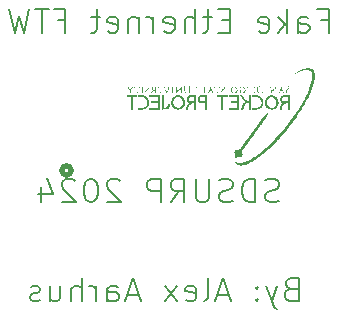
<source format=gbo>
G04 #@! TF.GenerationSoftware,KiCad,Pcbnew,7.0.7*
G04 #@! TF.CreationDate,2024-02-07T12:50:48-08:00*
G04 #@! TF.ProjectId,EthBreakoutBoard,45746842-7265-4616-9b6f-7574426f6172,rev?*
G04 #@! TF.SameCoordinates,Original*
G04 #@! TF.FileFunction,Legend,Bot*
G04 #@! TF.FilePolarity,Positive*
%FSLAX46Y46*%
G04 Gerber Fmt 4.6, Leading zero omitted, Abs format (unit mm)*
G04 Created by KiCad (PCBNEW 7.0.7) date 2024-02-07 12:50:48*
%MOMM*%
%LPD*%
G01*
G04 APERTURE LIST*
%ADD10C,0.200000*%
%ADD11C,0.508000*%
%ADD12C,1.397000*%
%ADD13C,3.200400*%
%ADD14C,3.200000*%
%ADD15R,2.025000X2.025000*%
%ADD16C,2.025000*%
G04 APERTURE END LIST*
D10*
X54215564Y-30457219D02*
X54882231Y-30457219D01*
X54882231Y-31504838D02*
X54882231Y-29504838D01*
X54882231Y-29504838D02*
X53929850Y-29504838D01*
X52310802Y-31504838D02*
X52310802Y-30457219D01*
X52310802Y-30457219D02*
X52406040Y-30266742D01*
X52406040Y-30266742D02*
X52596516Y-30171504D01*
X52596516Y-30171504D02*
X52977469Y-30171504D01*
X52977469Y-30171504D02*
X53167945Y-30266742D01*
X52310802Y-31409600D02*
X52501278Y-31504838D01*
X52501278Y-31504838D02*
X52977469Y-31504838D01*
X52977469Y-31504838D02*
X53167945Y-31409600D01*
X53167945Y-31409600D02*
X53263183Y-31219123D01*
X53263183Y-31219123D02*
X53263183Y-31028647D01*
X53263183Y-31028647D02*
X53167945Y-30838171D01*
X53167945Y-30838171D02*
X52977469Y-30742933D01*
X52977469Y-30742933D02*
X52501278Y-30742933D01*
X52501278Y-30742933D02*
X52310802Y-30647695D01*
X51358421Y-31504838D02*
X51358421Y-29504838D01*
X51167945Y-30742933D02*
X50596516Y-31504838D01*
X50596516Y-30171504D02*
X51358421Y-30933409D01*
X48977468Y-31409600D02*
X49167944Y-31504838D01*
X49167944Y-31504838D02*
X49548897Y-31504838D01*
X49548897Y-31504838D02*
X49739373Y-31409600D01*
X49739373Y-31409600D02*
X49834611Y-31219123D01*
X49834611Y-31219123D02*
X49834611Y-30457219D01*
X49834611Y-30457219D02*
X49739373Y-30266742D01*
X49739373Y-30266742D02*
X49548897Y-30171504D01*
X49548897Y-30171504D02*
X49167944Y-30171504D01*
X49167944Y-30171504D02*
X48977468Y-30266742D01*
X48977468Y-30266742D02*
X48882230Y-30457219D01*
X48882230Y-30457219D02*
X48882230Y-30647695D01*
X48882230Y-30647695D02*
X49834611Y-30838171D01*
X46501277Y-30457219D02*
X45834610Y-30457219D01*
X45548896Y-31504838D02*
X46501277Y-31504838D01*
X46501277Y-31504838D02*
X46501277Y-29504838D01*
X46501277Y-29504838D02*
X45548896Y-29504838D01*
X44977467Y-30171504D02*
X44215563Y-30171504D01*
X44691753Y-29504838D02*
X44691753Y-31219123D01*
X44691753Y-31219123D02*
X44596515Y-31409600D01*
X44596515Y-31409600D02*
X44406039Y-31504838D01*
X44406039Y-31504838D02*
X44215563Y-31504838D01*
X43548896Y-31504838D02*
X43548896Y-29504838D01*
X42691753Y-31504838D02*
X42691753Y-30457219D01*
X42691753Y-30457219D02*
X42786991Y-30266742D01*
X42786991Y-30266742D02*
X42977467Y-30171504D01*
X42977467Y-30171504D02*
X43263182Y-30171504D01*
X43263182Y-30171504D02*
X43453658Y-30266742D01*
X43453658Y-30266742D02*
X43548896Y-30361980D01*
X40977467Y-31409600D02*
X41167943Y-31504838D01*
X41167943Y-31504838D02*
X41548896Y-31504838D01*
X41548896Y-31504838D02*
X41739372Y-31409600D01*
X41739372Y-31409600D02*
X41834610Y-31219123D01*
X41834610Y-31219123D02*
X41834610Y-30457219D01*
X41834610Y-30457219D02*
X41739372Y-30266742D01*
X41739372Y-30266742D02*
X41548896Y-30171504D01*
X41548896Y-30171504D02*
X41167943Y-30171504D01*
X41167943Y-30171504D02*
X40977467Y-30266742D01*
X40977467Y-30266742D02*
X40882229Y-30457219D01*
X40882229Y-30457219D02*
X40882229Y-30647695D01*
X40882229Y-30647695D02*
X41834610Y-30838171D01*
X40025086Y-31504838D02*
X40025086Y-30171504D01*
X40025086Y-30552457D02*
X39929848Y-30361980D01*
X39929848Y-30361980D02*
X39834610Y-30266742D01*
X39834610Y-30266742D02*
X39644134Y-30171504D01*
X39644134Y-30171504D02*
X39453657Y-30171504D01*
X38786991Y-30171504D02*
X38786991Y-31504838D01*
X38786991Y-30361980D02*
X38691753Y-30266742D01*
X38691753Y-30266742D02*
X38501277Y-30171504D01*
X38501277Y-30171504D02*
X38215562Y-30171504D01*
X38215562Y-30171504D02*
X38025086Y-30266742D01*
X38025086Y-30266742D02*
X37929848Y-30457219D01*
X37929848Y-30457219D02*
X37929848Y-31504838D01*
X36215562Y-31409600D02*
X36406038Y-31504838D01*
X36406038Y-31504838D02*
X36786991Y-31504838D01*
X36786991Y-31504838D02*
X36977467Y-31409600D01*
X36977467Y-31409600D02*
X37072705Y-31219123D01*
X37072705Y-31219123D02*
X37072705Y-30457219D01*
X37072705Y-30457219D02*
X36977467Y-30266742D01*
X36977467Y-30266742D02*
X36786991Y-30171504D01*
X36786991Y-30171504D02*
X36406038Y-30171504D01*
X36406038Y-30171504D02*
X36215562Y-30266742D01*
X36215562Y-30266742D02*
X36120324Y-30457219D01*
X36120324Y-30457219D02*
X36120324Y-30647695D01*
X36120324Y-30647695D02*
X37072705Y-30838171D01*
X35548895Y-30171504D02*
X34786991Y-30171504D01*
X35263181Y-29504838D02*
X35263181Y-31219123D01*
X35263181Y-31219123D02*
X35167943Y-31409600D01*
X35167943Y-31409600D02*
X34977467Y-31504838D01*
X34977467Y-31504838D02*
X34786991Y-31504838D01*
X31929847Y-30457219D02*
X32596514Y-30457219D01*
X32596514Y-31504838D02*
X32596514Y-29504838D01*
X32596514Y-29504838D02*
X31644133Y-29504838D01*
X31167942Y-29504838D02*
X30025085Y-29504838D01*
X30596514Y-31504838D02*
X30596514Y-29504838D01*
X29548894Y-29504838D02*
X29072704Y-31504838D01*
X29072704Y-31504838D02*
X28691751Y-30076266D01*
X28691751Y-30076266D02*
X28310799Y-31504838D01*
X28310799Y-31504838D02*
X27834609Y-29504838D01*
X50657469Y-45779600D02*
X50371755Y-45874838D01*
X50371755Y-45874838D02*
X49895564Y-45874838D01*
X49895564Y-45874838D02*
X49705088Y-45779600D01*
X49705088Y-45779600D02*
X49609850Y-45684361D01*
X49609850Y-45684361D02*
X49514612Y-45493885D01*
X49514612Y-45493885D02*
X49514612Y-45303409D01*
X49514612Y-45303409D02*
X49609850Y-45112933D01*
X49609850Y-45112933D02*
X49705088Y-45017695D01*
X49705088Y-45017695D02*
X49895564Y-44922457D01*
X49895564Y-44922457D02*
X50276517Y-44827219D01*
X50276517Y-44827219D02*
X50466993Y-44731980D01*
X50466993Y-44731980D02*
X50562231Y-44636742D01*
X50562231Y-44636742D02*
X50657469Y-44446266D01*
X50657469Y-44446266D02*
X50657469Y-44255790D01*
X50657469Y-44255790D02*
X50562231Y-44065314D01*
X50562231Y-44065314D02*
X50466993Y-43970076D01*
X50466993Y-43970076D02*
X50276517Y-43874838D01*
X50276517Y-43874838D02*
X49800326Y-43874838D01*
X49800326Y-43874838D02*
X49514612Y-43970076D01*
X48657469Y-45874838D02*
X48657469Y-43874838D01*
X48657469Y-43874838D02*
X48181279Y-43874838D01*
X48181279Y-43874838D02*
X47895564Y-43970076D01*
X47895564Y-43970076D02*
X47705088Y-44160552D01*
X47705088Y-44160552D02*
X47609850Y-44351028D01*
X47609850Y-44351028D02*
X47514612Y-44731980D01*
X47514612Y-44731980D02*
X47514612Y-45017695D01*
X47514612Y-45017695D02*
X47609850Y-45398647D01*
X47609850Y-45398647D02*
X47705088Y-45589123D01*
X47705088Y-45589123D02*
X47895564Y-45779600D01*
X47895564Y-45779600D02*
X48181279Y-45874838D01*
X48181279Y-45874838D02*
X48657469Y-45874838D01*
X46752707Y-45779600D02*
X46466993Y-45874838D01*
X46466993Y-45874838D02*
X45990802Y-45874838D01*
X45990802Y-45874838D02*
X45800326Y-45779600D01*
X45800326Y-45779600D02*
X45705088Y-45684361D01*
X45705088Y-45684361D02*
X45609850Y-45493885D01*
X45609850Y-45493885D02*
X45609850Y-45303409D01*
X45609850Y-45303409D02*
X45705088Y-45112933D01*
X45705088Y-45112933D02*
X45800326Y-45017695D01*
X45800326Y-45017695D02*
X45990802Y-44922457D01*
X45990802Y-44922457D02*
X46371755Y-44827219D01*
X46371755Y-44827219D02*
X46562231Y-44731980D01*
X46562231Y-44731980D02*
X46657469Y-44636742D01*
X46657469Y-44636742D02*
X46752707Y-44446266D01*
X46752707Y-44446266D02*
X46752707Y-44255790D01*
X46752707Y-44255790D02*
X46657469Y-44065314D01*
X46657469Y-44065314D02*
X46562231Y-43970076D01*
X46562231Y-43970076D02*
X46371755Y-43874838D01*
X46371755Y-43874838D02*
X45895564Y-43874838D01*
X45895564Y-43874838D02*
X45609850Y-43970076D01*
X44752707Y-43874838D02*
X44752707Y-45493885D01*
X44752707Y-45493885D02*
X44657469Y-45684361D01*
X44657469Y-45684361D02*
X44562231Y-45779600D01*
X44562231Y-45779600D02*
X44371755Y-45874838D01*
X44371755Y-45874838D02*
X43990802Y-45874838D01*
X43990802Y-45874838D02*
X43800326Y-45779600D01*
X43800326Y-45779600D02*
X43705088Y-45684361D01*
X43705088Y-45684361D02*
X43609850Y-45493885D01*
X43609850Y-45493885D02*
X43609850Y-43874838D01*
X41514612Y-45874838D02*
X42181279Y-44922457D01*
X42657469Y-45874838D02*
X42657469Y-43874838D01*
X42657469Y-43874838D02*
X41895564Y-43874838D01*
X41895564Y-43874838D02*
X41705088Y-43970076D01*
X41705088Y-43970076D02*
X41609850Y-44065314D01*
X41609850Y-44065314D02*
X41514612Y-44255790D01*
X41514612Y-44255790D02*
X41514612Y-44541504D01*
X41514612Y-44541504D02*
X41609850Y-44731980D01*
X41609850Y-44731980D02*
X41705088Y-44827219D01*
X41705088Y-44827219D02*
X41895564Y-44922457D01*
X41895564Y-44922457D02*
X42657469Y-44922457D01*
X40657469Y-45874838D02*
X40657469Y-43874838D01*
X40657469Y-43874838D02*
X39895564Y-43874838D01*
X39895564Y-43874838D02*
X39705088Y-43970076D01*
X39705088Y-43970076D02*
X39609850Y-44065314D01*
X39609850Y-44065314D02*
X39514612Y-44255790D01*
X39514612Y-44255790D02*
X39514612Y-44541504D01*
X39514612Y-44541504D02*
X39609850Y-44731980D01*
X39609850Y-44731980D02*
X39705088Y-44827219D01*
X39705088Y-44827219D02*
X39895564Y-44922457D01*
X39895564Y-44922457D02*
X40657469Y-44922457D01*
X37228897Y-44065314D02*
X37133659Y-43970076D01*
X37133659Y-43970076D02*
X36943183Y-43874838D01*
X36943183Y-43874838D02*
X36466992Y-43874838D01*
X36466992Y-43874838D02*
X36276516Y-43970076D01*
X36276516Y-43970076D02*
X36181278Y-44065314D01*
X36181278Y-44065314D02*
X36086040Y-44255790D01*
X36086040Y-44255790D02*
X36086040Y-44446266D01*
X36086040Y-44446266D02*
X36181278Y-44731980D01*
X36181278Y-44731980D02*
X37324135Y-45874838D01*
X37324135Y-45874838D02*
X36086040Y-45874838D01*
X34847945Y-43874838D02*
X34657468Y-43874838D01*
X34657468Y-43874838D02*
X34466992Y-43970076D01*
X34466992Y-43970076D02*
X34371754Y-44065314D01*
X34371754Y-44065314D02*
X34276516Y-44255790D01*
X34276516Y-44255790D02*
X34181278Y-44636742D01*
X34181278Y-44636742D02*
X34181278Y-45112933D01*
X34181278Y-45112933D02*
X34276516Y-45493885D01*
X34276516Y-45493885D02*
X34371754Y-45684361D01*
X34371754Y-45684361D02*
X34466992Y-45779600D01*
X34466992Y-45779600D02*
X34657468Y-45874838D01*
X34657468Y-45874838D02*
X34847945Y-45874838D01*
X34847945Y-45874838D02*
X35038421Y-45779600D01*
X35038421Y-45779600D02*
X35133659Y-45684361D01*
X35133659Y-45684361D02*
X35228897Y-45493885D01*
X35228897Y-45493885D02*
X35324135Y-45112933D01*
X35324135Y-45112933D02*
X35324135Y-44636742D01*
X35324135Y-44636742D02*
X35228897Y-44255790D01*
X35228897Y-44255790D02*
X35133659Y-44065314D01*
X35133659Y-44065314D02*
X35038421Y-43970076D01*
X35038421Y-43970076D02*
X34847945Y-43874838D01*
X33419373Y-44065314D02*
X33324135Y-43970076D01*
X33324135Y-43970076D02*
X33133659Y-43874838D01*
X33133659Y-43874838D02*
X32657468Y-43874838D01*
X32657468Y-43874838D02*
X32466992Y-43970076D01*
X32466992Y-43970076D02*
X32371754Y-44065314D01*
X32371754Y-44065314D02*
X32276516Y-44255790D01*
X32276516Y-44255790D02*
X32276516Y-44446266D01*
X32276516Y-44446266D02*
X32371754Y-44731980D01*
X32371754Y-44731980D02*
X33514611Y-45874838D01*
X33514611Y-45874838D02*
X32276516Y-45874838D01*
X30562230Y-44541504D02*
X30562230Y-45874838D01*
X31038421Y-43779600D02*
X31514611Y-45208171D01*
X31514611Y-45208171D02*
X30276516Y-45208171D01*
X51675564Y-53217219D02*
X51389850Y-53312457D01*
X51389850Y-53312457D02*
X51294612Y-53407695D01*
X51294612Y-53407695D02*
X51199374Y-53598171D01*
X51199374Y-53598171D02*
X51199374Y-53883885D01*
X51199374Y-53883885D02*
X51294612Y-54074361D01*
X51294612Y-54074361D02*
X51389850Y-54169600D01*
X51389850Y-54169600D02*
X51580326Y-54264838D01*
X51580326Y-54264838D02*
X52342231Y-54264838D01*
X52342231Y-54264838D02*
X52342231Y-52264838D01*
X52342231Y-52264838D02*
X51675564Y-52264838D01*
X51675564Y-52264838D02*
X51485088Y-52360076D01*
X51485088Y-52360076D02*
X51389850Y-52455314D01*
X51389850Y-52455314D02*
X51294612Y-52645790D01*
X51294612Y-52645790D02*
X51294612Y-52836266D01*
X51294612Y-52836266D02*
X51389850Y-53026742D01*
X51389850Y-53026742D02*
X51485088Y-53121980D01*
X51485088Y-53121980D02*
X51675564Y-53217219D01*
X51675564Y-53217219D02*
X52342231Y-53217219D01*
X50532707Y-52931504D02*
X50056517Y-54264838D01*
X49580326Y-52931504D02*
X50056517Y-54264838D01*
X50056517Y-54264838D02*
X50246993Y-54741028D01*
X50246993Y-54741028D02*
X50342231Y-54836266D01*
X50342231Y-54836266D02*
X50532707Y-54931504D01*
X48818421Y-54074361D02*
X48723183Y-54169600D01*
X48723183Y-54169600D02*
X48818421Y-54264838D01*
X48818421Y-54264838D02*
X48913659Y-54169600D01*
X48913659Y-54169600D02*
X48818421Y-54074361D01*
X48818421Y-54074361D02*
X48818421Y-54264838D01*
X48818421Y-53026742D02*
X48723183Y-53121980D01*
X48723183Y-53121980D02*
X48818421Y-53217219D01*
X48818421Y-53217219D02*
X48913659Y-53121980D01*
X48913659Y-53121980D02*
X48818421Y-53026742D01*
X48818421Y-53026742D02*
X48818421Y-53217219D01*
X46437468Y-53693409D02*
X45485087Y-53693409D01*
X46627944Y-54264838D02*
X45961278Y-52264838D01*
X45961278Y-52264838D02*
X45294611Y-54264838D01*
X44342230Y-54264838D02*
X44532706Y-54169600D01*
X44532706Y-54169600D02*
X44627944Y-53979123D01*
X44627944Y-53979123D02*
X44627944Y-52264838D01*
X42818420Y-54169600D02*
X43008896Y-54264838D01*
X43008896Y-54264838D02*
X43389849Y-54264838D01*
X43389849Y-54264838D02*
X43580325Y-54169600D01*
X43580325Y-54169600D02*
X43675563Y-53979123D01*
X43675563Y-53979123D02*
X43675563Y-53217219D01*
X43675563Y-53217219D02*
X43580325Y-53026742D01*
X43580325Y-53026742D02*
X43389849Y-52931504D01*
X43389849Y-52931504D02*
X43008896Y-52931504D01*
X43008896Y-52931504D02*
X42818420Y-53026742D01*
X42818420Y-53026742D02*
X42723182Y-53217219D01*
X42723182Y-53217219D02*
X42723182Y-53407695D01*
X42723182Y-53407695D02*
X43675563Y-53598171D01*
X42056515Y-54264838D02*
X41008896Y-52931504D01*
X42056515Y-52931504D02*
X41008896Y-54264838D01*
X38818419Y-53693409D02*
X37866038Y-53693409D01*
X39008895Y-54264838D02*
X38342229Y-52264838D01*
X38342229Y-52264838D02*
X37675562Y-54264838D01*
X36151752Y-54264838D02*
X36151752Y-53217219D01*
X36151752Y-53217219D02*
X36246990Y-53026742D01*
X36246990Y-53026742D02*
X36437466Y-52931504D01*
X36437466Y-52931504D02*
X36818419Y-52931504D01*
X36818419Y-52931504D02*
X37008895Y-53026742D01*
X36151752Y-54169600D02*
X36342228Y-54264838D01*
X36342228Y-54264838D02*
X36818419Y-54264838D01*
X36818419Y-54264838D02*
X37008895Y-54169600D01*
X37008895Y-54169600D02*
X37104133Y-53979123D01*
X37104133Y-53979123D02*
X37104133Y-53788647D01*
X37104133Y-53788647D02*
X37008895Y-53598171D01*
X37008895Y-53598171D02*
X36818419Y-53502933D01*
X36818419Y-53502933D02*
X36342228Y-53502933D01*
X36342228Y-53502933D02*
X36151752Y-53407695D01*
X35199371Y-54264838D02*
X35199371Y-52931504D01*
X35199371Y-53312457D02*
X35104133Y-53121980D01*
X35104133Y-53121980D02*
X35008895Y-53026742D01*
X35008895Y-53026742D02*
X34818419Y-52931504D01*
X34818419Y-52931504D02*
X34627942Y-52931504D01*
X33961276Y-54264838D02*
X33961276Y-52264838D01*
X33104133Y-54264838D02*
X33104133Y-53217219D01*
X33104133Y-53217219D02*
X33199371Y-53026742D01*
X33199371Y-53026742D02*
X33389847Y-52931504D01*
X33389847Y-52931504D02*
X33675562Y-52931504D01*
X33675562Y-52931504D02*
X33866038Y-53026742D01*
X33866038Y-53026742D02*
X33961276Y-53121980D01*
X31294609Y-52931504D02*
X31294609Y-54264838D01*
X32151752Y-52931504D02*
X32151752Y-53979123D01*
X32151752Y-53979123D02*
X32056514Y-54169600D01*
X32056514Y-54169600D02*
X31866038Y-54264838D01*
X31866038Y-54264838D02*
X31580323Y-54264838D01*
X31580323Y-54264838D02*
X31389847Y-54169600D01*
X31389847Y-54169600D02*
X31294609Y-54074361D01*
X30437466Y-54169600D02*
X30246990Y-54264838D01*
X30246990Y-54264838D02*
X29866038Y-54264838D01*
X29866038Y-54264838D02*
X29675561Y-54169600D01*
X29675561Y-54169600D02*
X29580323Y-53979123D01*
X29580323Y-53979123D02*
X29580323Y-53883885D01*
X29580323Y-53883885D02*
X29675561Y-53693409D01*
X29675561Y-53693409D02*
X29866038Y-53598171D01*
X29866038Y-53598171D02*
X30151752Y-53598171D01*
X30151752Y-53598171D02*
X30342228Y-53502933D01*
X30342228Y-53502933D02*
X30437466Y-53312457D01*
X30437466Y-53312457D02*
X30437466Y-53217219D01*
X30437466Y-53217219D02*
X30342228Y-53026742D01*
X30342228Y-53026742D02*
X30151752Y-52931504D01*
X30151752Y-52931504D02*
X29866038Y-52931504D01*
X29866038Y-52931504D02*
X29675561Y-53026742D01*
D11*
X33061000Y-43180000D02*
G75*
G03*
X33061000Y-43180000I-381000J0D01*
G01*
G36*
X46329120Y-36887337D02*
G01*
X46329120Y-36968554D01*
X46142430Y-36969887D01*
X45955740Y-36971220D01*
X45954447Y-37498270D01*
X45953153Y-38025320D01*
X45874437Y-38025320D01*
X45795720Y-38025320D01*
X45795720Y-37497000D01*
X45795720Y-36968680D01*
X45623000Y-36968680D01*
X45450280Y-36968680D01*
X45450280Y-36887400D01*
X45450280Y-36806120D01*
X45889700Y-36806120D01*
X46329120Y-36806120D01*
X46329120Y-36887337D01*
G37*
G36*
X38668480Y-36887371D02*
G01*
X38668480Y-36968680D01*
X38483060Y-36968680D01*
X38297640Y-36968680D01*
X38297640Y-37497128D01*
X38297640Y-38025577D01*
X38217630Y-38024178D01*
X38137620Y-38022780D01*
X38136327Y-37495730D01*
X38135033Y-36968680D01*
X37962208Y-36968680D01*
X37789383Y-36968680D01*
X37790782Y-36888670D01*
X37792180Y-36808660D01*
X38230330Y-36807361D01*
X38668480Y-36806063D01*
X38668480Y-36887371D01*
G37*
G36*
X47309560Y-37415720D02*
G01*
X47309560Y-38025375D01*
X46863790Y-38024077D01*
X46418020Y-38022780D01*
X46416618Y-37945310D01*
X46415216Y-37867840D01*
X46783648Y-37867840D01*
X47152080Y-37867840D01*
X47152080Y-37684960D01*
X47152080Y-37502080D01*
X46862520Y-37502080D01*
X46572960Y-37502080D01*
X46572960Y-37420800D01*
X46572960Y-37339520D01*
X46862520Y-37339520D01*
X47152080Y-37339520D01*
X47152080Y-37154100D01*
X47152080Y-36968680D01*
X46783652Y-36968680D01*
X46415223Y-36968680D01*
X46416622Y-36888670D01*
X46418020Y-36808660D01*
X46863790Y-36807362D01*
X47309560Y-36806064D01*
X47309560Y-37415720D01*
G37*
G36*
X40598880Y-37415720D02*
G01*
X40598880Y-38025320D01*
X40151840Y-38025320D01*
X39704800Y-38025320D01*
X39704800Y-37946580D01*
X39704800Y-37867840D01*
X40070560Y-37867840D01*
X40436320Y-37867840D01*
X40436320Y-37684960D01*
X40436320Y-37502080D01*
X40149300Y-37502080D01*
X39862280Y-37502080D01*
X39862280Y-37420800D01*
X39862280Y-37339520D01*
X40149300Y-37339520D01*
X40436320Y-37339520D01*
X40436320Y-37154100D01*
X40436320Y-36968680D01*
X40070560Y-36968680D01*
X39704800Y-36968680D01*
X39704800Y-36887400D01*
X39704800Y-36806120D01*
X40151840Y-36806120D01*
X40598880Y-36806120D01*
X40598880Y-37415720D01*
G37*
G36*
X40949400Y-37334440D02*
G01*
X40949400Y-37862760D01*
X41004828Y-37862760D01*
X41048155Y-37860875D01*
X41084776Y-37854761D01*
X41116995Y-37843779D01*
X41147371Y-37827296D01*
X41148104Y-37826822D01*
X41173502Y-37807115D01*
X41199492Y-37781563D01*
X41222887Y-37753607D01*
X41240502Y-37726689D01*
X41243049Y-37721582D01*
X41250748Y-37702667D01*
X41258915Y-37678695D01*
X41266716Y-37652571D01*
X41273319Y-37627200D01*
X41277891Y-37605484D01*
X41279600Y-37590328D01*
X41279600Y-37578280D01*
X41356567Y-37578280D01*
X41433533Y-37578280D01*
X41430380Y-37625270D01*
X41424396Y-37674695D01*
X41409249Y-37736177D01*
X41386329Y-37794071D01*
X41356280Y-37847278D01*
X41319744Y-37894700D01*
X41277365Y-37935237D01*
X41229787Y-37967793D01*
X41215613Y-37975543D01*
X41179103Y-37992543D01*
X41142867Y-38004294D01*
X41102097Y-38012477D01*
X41085671Y-38014438D01*
X41056547Y-38016545D01*
X41019335Y-38018163D01*
X40975190Y-38019247D01*
X40925270Y-38019747D01*
X40791920Y-38020240D01*
X40791920Y-37413180D01*
X40791920Y-36806120D01*
X40870660Y-36806120D01*
X40949400Y-36806120D01*
X40949400Y-37334440D01*
G37*
G36*
X48582118Y-36106498D02*
G01*
X48607390Y-36107083D01*
X48627506Y-36108086D01*
X48640799Y-36109414D01*
X48645600Y-36110972D01*
X48645481Y-36112253D01*
X48642796Y-36115660D01*
X48634788Y-36118731D01*
X48619113Y-36122486D01*
X48617464Y-36122879D01*
X48611913Y-36125020D01*
X48607308Y-36128851D01*
X48603571Y-36135220D01*
X48600626Y-36144972D01*
X48598394Y-36158955D01*
X48596799Y-36178015D01*
X48595762Y-36203000D01*
X48595207Y-36234756D01*
X48595056Y-36274130D01*
X48595232Y-36321969D01*
X48595657Y-36379120D01*
X48595936Y-36411502D01*
X48596429Y-36460593D01*
X48597027Y-36500923D01*
X48597841Y-36533382D01*
X48598985Y-36558860D01*
X48600571Y-36578246D01*
X48602711Y-36592430D01*
X48605518Y-36602301D01*
X48609104Y-36608750D01*
X48613582Y-36612666D01*
X48619064Y-36614939D01*
X48625662Y-36616458D01*
X48636960Y-36619824D01*
X48643466Y-36623896D01*
X48640027Y-36625235D01*
X48627915Y-36626473D01*
X48608564Y-36627449D01*
X48583478Y-36628089D01*
X48554160Y-36628320D01*
X48527291Y-36628131D01*
X48499019Y-36627351D01*
X48478965Y-36626028D01*
X48467519Y-36624233D01*
X48465066Y-36622032D01*
X48471996Y-36619497D01*
X48488696Y-36616695D01*
X48494490Y-36615986D01*
X48502152Y-36614945D01*
X48508475Y-36613198D01*
X48513592Y-36609883D01*
X48517638Y-36604144D01*
X48520746Y-36595119D01*
X48523050Y-36581951D01*
X48524685Y-36563779D01*
X48525783Y-36539744D01*
X48526480Y-36508987D01*
X48526908Y-36470649D01*
X48527203Y-36423870D01*
X48527498Y-36367792D01*
X48527647Y-36330181D01*
X48527660Y-36284959D01*
X48527487Y-36243584D01*
X48527144Y-36207109D01*
X48526645Y-36176585D01*
X48526002Y-36153065D01*
X48525231Y-36137600D01*
X48524344Y-36131242D01*
X48524127Y-36130928D01*
X48515964Y-36125237D01*
X48503127Y-36120952D01*
X48501872Y-36120681D01*
X48490271Y-36116668D01*
X48484485Y-36111952D01*
X48484762Y-36110953D01*
X48491182Y-36108901D01*
X48506204Y-36107480D01*
X48530344Y-36106653D01*
X48564115Y-36106386D01*
X48582118Y-36106498D01*
G37*
G36*
X41680835Y-36107636D02*
G01*
X41710588Y-36108095D01*
X41733269Y-36109135D01*
X41747853Y-36110692D01*
X41753310Y-36112700D01*
X41753338Y-36112830D01*
X41749611Y-36116842D01*
X41739340Y-36119475D01*
X41736816Y-36119741D01*
X41729531Y-36120546D01*
X41723507Y-36121938D01*
X41718626Y-36124785D01*
X41714766Y-36129958D01*
X41711809Y-36138328D01*
X41709634Y-36150765D01*
X41708123Y-36168139D01*
X41707155Y-36191321D01*
X41706610Y-36221182D01*
X41706369Y-36258591D01*
X41706313Y-36304419D01*
X41706320Y-36359536D01*
X41706321Y-36361460D01*
X41706360Y-36418983D01*
X41706548Y-36467194D01*
X41706994Y-36506915D01*
X41707807Y-36538969D01*
X41709095Y-36564179D01*
X41710969Y-36583366D01*
X41713538Y-36597353D01*
X41716909Y-36606963D01*
X41721193Y-36613019D01*
X41726499Y-36616342D01*
X41732935Y-36617756D01*
X41740610Y-36618082D01*
X41747733Y-36619244D01*
X41752040Y-36623240D01*
X41750881Y-36624222D01*
X41741282Y-36625959D01*
X41722533Y-36627245D01*
X41695314Y-36628045D01*
X41660301Y-36628320D01*
X41644505Y-36628275D01*
X41612001Y-36627787D01*
X41588857Y-36626776D01*
X41575336Y-36625255D01*
X41571700Y-36623240D01*
X41577899Y-36619750D01*
X41589541Y-36618160D01*
X41610508Y-36615134D01*
X41625837Y-36605156D01*
X41633846Y-36588173D01*
X41634278Y-36584815D01*
X41635081Y-36571166D01*
X41635813Y-36549114D01*
X41636456Y-36519823D01*
X41636989Y-36484455D01*
X41637394Y-36444172D01*
X41637651Y-36400137D01*
X41637740Y-36353514D01*
X41637737Y-36301903D01*
X41637656Y-36256236D01*
X41637387Y-36219020D01*
X41636818Y-36189377D01*
X41635839Y-36166428D01*
X41634337Y-36149292D01*
X41632203Y-36137091D01*
X41629325Y-36128947D01*
X41625592Y-36123979D01*
X41620893Y-36121308D01*
X41615117Y-36120056D01*
X41608152Y-36119343D01*
X41607032Y-36119222D01*
X41596795Y-36116592D01*
X41593290Y-36112700D01*
X41593668Y-36112214D01*
X41601260Y-36110302D01*
X41617748Y-36108855D01*
X41642104Y-36107939D01*
X41673300Y-36107620D01*
X41680835Y-36107636D01*
G37*
G36*
X39110209Y-36106906D02*
G01*
X39120679Y-36107028D01*
X39150345Y-36107779D01*
X39172867Y-36109022D01*
X39187243Y-36110685D01*
X39192466Y-36112700D01*
X39192318Y-36113614D01*
X39186455Y-36117636D01*
X39174624Y-36120799D01*
X39170401Y-36121502D01*
X39158747Y-36124366D01*
X39152086Y-36129547D01*
X39148345Y-36139637D01*
X39145451Y-36157223D01*
X39145404Y-36157560D01*
X39144291Y-36171315D01*
X39143380Y-36193619D01*
X39142670Y-36222927D01*
X39142162Y-36257689D01*
X39141856Y-36296358D01*
X39141752Y-36337386D01*
X39141851Y-36379224D01*
X39142152Y-36420326D01*
X39142657Y-36459143D01*
X39143365Y-36494126D01*
X39144277Y-36523729D01*
X39145392Y-36546404D01*
X39146661Y-36563694D01*
X39149405Y-36587272D01*
X39153392Y-36603019D01*
X39159340Y-36612423D01*
X39167967Y-36616974D01*
X39179991Y-36618160D01*
X39187405Y-36619310D01*
X39191720Y-36623240D01*
X39190561Y-36624222D01*
X39180962Y-36625959D01*
X39162213Y-36627245D01*
X39134994Y-36628045D01*
X39099981Y-36628320D01*
X39084185Y-36628275D01*
X39051681Y-36627787D01*
X39028537Y-36626776D01*
X39015016Y-36625255D01*
X39011380Y-36623240D01*
X39011607Y-36622925D01*
X39018984Y-36619549D01*
X39031438Y-36618160D01*
X39046564Y-36615422D01*
X39060348Y-36608452D01*
X39064555Y-36604578D01*
X39068876Y-36597942D01*
X39071778Y-36587935D01*
X39073840Y-36572295D01*
X39075641Y-36548762D01*
X39075999Y-36542733D01*
X39076956Y-36519256D01*
X39077728Y-36489107D01*
X39078315Y-36453814D01*
X39078718Y-36414909D01*
X39078939Y-36373921D01*
X39078977Y-36332381D01*
X39078835Y-36291818D01*
X39078511Y-36253763D01*
X39078008Y-36219746D01*
X39077326Y-36191297D01*
X39076467Y-36169946D01*
X39075430Y-36157223D01*
X39074715Y-36152268D01*
X39071904Y-36136883D01*
X39067950Y-36128293D01*
X39060912Y-36123840D01*
X39048848Y-36120870D01*
X39047952Y-36120679D01*
X39036393Y-36116676D01*
X39030573Y-36111856D01*
X39031162Y-36110516D01*
X39038073Y-36108623D01*
X39053100Y-36107418D01*
X39076920Y-36106860D01*
X39110209Y-36106906D01*
G37*
G36*
X47164598Y-36342114D02*
G01*
X47164835Y-36392685D01*
X47155448Y-36443919D01*
X47136284Y-36494918D01*
X47135643Y-36496250D01*
X47111847Y-36534299D01*
X47080125Y-36568423D01*
X47042353Y-36597187D01*
X47000404Y-36619154D01*
X46956153Y-36632889D01*
X46944299Y-36634832D01*
X46913366Y-36637076D01*
X46878573Y-36636709D01*
X46843389Y-36633950D01*
X46811279Y-36629018D01*
X46785713Y-36622133D01*
X46784121Y-36621542D01*
X46734333Y-36598176D01*
X46692134Y-36568171D01*
X46657643Y-36531628D01*
X46630978Y-36488648D01*
X46613559Y-36445637D01*
X46602031Y-36395634D01*
X46600213Y-36361727D01*
X46674865Y-36361727D01*
X46675336Y-36397618D01*
X46677911Y-36431914D01*
X46682532Y-36460704D01*
X46693294Y-36494074D01*
X46712964Y-36530080D01*
X46738861Y-36560678D01*
X46769676Y-36584373D01*
X46804100Y-36599669D01*
X46828441Y-36605653D01*
X46873883Y-36609704D01*
X46918247Y-36603832D01*
X46962572Y-36587961D01*
X46984473Y-36575752D01*
X47017854Y-36548535D01*
X47046231Y-36514104D01*
X47068436Y-36473990D01*
X47083298Y-36429727D01*
X47087932Y-36401994D01*
X47090451Y-36367484D01*
X47090507Y-36331448D01*
X47088102Y-36297681D01*
X47083236Y-36269977D01*
X47071761Y-36236864D01*
X47050200Y-36199586D01*
X47021833Y-36169178D01*
X46987459Y-36146146D01*
X46947871Y-36130992D01*
X46903866Y-36124220D01*
X46856239Y-36126334D01*
X46815421Y-36136617D01*
X46777182Y-36155894D01*
X46743571Y-36183053D01*
X46715555Y-36217131D01*
X46694101Y-36257161D01*
X46680174Y-36302180D01*
X46676557Y-36328150D01*
X46674865Y-36361727D01*
X46600213Y-36361727D01*
X46599370Y-36346004D01*
X46605415Y-36297907D01*
X46620008Y-36252504D01*
X46642989Y-36210954D01*
X46674198Y-36174419D01*
X46684185Y-36165330D01*
X46725548Y-36135793D01*
X46771762Y-36114872D01*
X46823217Y-36102425D01*
X46880300Y-36098308D01*
X46918429Y-36099852D01*
X46965394Y-36107439D01*
X47007042Y-36121960D01*
X47045136Y-36144085D01*
X47081441Y-36174480D01*
X47107678Y-36203347D01*
X47135866Y-36246548D01*
X47154890Y-36293103D01*
X47162485Y-36331448D01*
X47164598Y-36342114D01*
G37*
G36*
X45654866Y-36142644D02*
G01*
X45656916Y-36152034D01*
X45660037Y-36171788D01*
X45660227Y-36184562D01*
X45657713Y-36189611D01*
X45652720Y-36186193D01*
X45645474Y-36173562D01*
X45644277Y-36171123D01*
X45637042Y-36159894D01*
X45627436Y-36151737D01*
X45613907Y-36146193D01*
X45594903Y-36142801D01*
X45568873Y-36141103D01*
X45534264Y-36140640D01*
X45465520Y-36140640D01*
X45465520Y-36361289D01*
X45465555Y-36416810D01*
X45465734Y-36465441D01*
X45466167Y-36505530D01*
X45466963Y-36537902D01*
X45468232Y-36563382D01*
X45470082Y-36582796D01*
X45472622Y-36596967D01*
X45475963Y-36606723D01*
X45480213Y-36612886D01*
X45485482Y-36616284D01*
X45491878Y-36617741D01*
X45499511Y-36618082D01*
X45506696Y-36619115D01*
X45513780Y-36623240D01*
X45513315Y-36624232D01*
X45504987Y-36625999D01*
X45486881Y-36627279D01*
X45459248Y-36628057D01*
X45422340Y-36628320D01*
X45403899Y-36628262D01*
X45371308Y-36627756D01*
X45348110Y-36626741D01*
X45334557Y-36625231D01*
X45330900Y-36623240D01*
X45337099Y-36619750D01*
X45348741Y-36618160D01*
X45348941Y-36618159D01*
X45367411Y-36615365D01*
X45383208Y-36608228D01*
X45392613Y-36598421D01*
X45393199Y-36594783D01*
X45394062Y-36581671D01*
X45394929Y-36560220D01*
X45395773Y-36531503D01*
X45396566Y-36496593D01*
X45397284Y-36456562D01*
X45397899Y-36412483D01*
X45398384Y-36365430D01*
X45400305Y-36140640D01*
X45337663Y-36140668D01*
X45312983Y-36141058D01*
X45288532Y-36142187D01*
X45268646Y-36143877D01*
X45256120Y-36145945D01*
X45239503Y-36153549D01*
X45226410Y-36167437D01*
X45221680Y-36184950D01*
X45220619Y-36192207D01*
X45216912Y-36196520D01*
X45214202Y-36194264D01*
X45210763Y-36184086D01*
X45208242Y-36167981D01*
X45206988Y-36148455D01*
X45207353Y-36128016D01*
X45208980Y-36102692D01*
X45231840Y-36105156D01*
X45239087Y-36105656D01*
X45257127Y-36106276D01*
X45282697Y-36106774D01*
X45314239Y-36107150D01*
X45350198Y-36107404D01*
X45389018Y-36107536D01*
X45429142Y-36107546D01*
X45469014Y-36107436D01*
X45507079Y-36107205D01*
X45541779Y-36106853D01*
X45571560Y-36106382D01*
X45594864Y-36105790D01*
X45610135Y-36105080D01*
X45645530Y-36102540D01*
X45654866Y-36142644D01*
G37*
G36*
X39519279Y-36099697D02*
G01*
X39555522Y-36108554D01*
X39585538Y-36123973D01*
X39609991Y-36146128D01*
X39618465Y-36157192D01*
X39633256Y-36187250D01*
X39638796Y-36219515D01*
X39635154Y-36252719D01*
X39622399Y-36285594D01*
X39600602Y-36316874D01*
X39597935Y-36319799D01*
X39583602Y-36333762D01*
X39563904Y-36351235D01*
X39541085Y-36370273D01*
X39517387Y-36388935D01*
X39507702Y-36396360D01*
X39476277Y-36421417D01*
X39452399Y-36442647D01*
X39435219Y-36461273D01*
X39423887Y-36478517D01*
X39417553Y-36495602D01*
X39415367Y-36513753D01*
X39416479Y-36534193D01*
X39421899Y-36556754D01*
X39435947Y-36579636D01*
X39457673Y-36596331D01*
X39486645Y-36606529D01*
X39522431Y-36609921D01*
X39552844Y-36607508D01*
X39584677Y-36598228D01*
X39609498Y-36582284D01*
X39626840Y-36559995D01*
X39636240Y-36531681D01*
X39637112Y-36527151D01*
X39640458Y-36515959D01*
X39643831Y-36511480D01*
X39645598Y-36514662D01*
X39647916Y-36525630D01*
X39650168Y-36541864D01*
X39652089Y-36560685D01*
X39653412Y-36579412D01*
X39653871Y-36595365D01*
X39653200Y-36605863D01*
X39652960Y-36606875D01*
X39645022Y-36617146D01*
X39627776Y-36626122D01*
X39601970Y-36633400D01*
X39593113Y-36634683D01*
X39573815Y-36636062D01*
X39549847Y-36636741D01*
X39524460Y-36636586D01*
X39520922Y-36636494D01*
X39493804Y-36635279D01*
X39473693Y-36633067D01*
X39457761Y-36629415D01*
X39443180Y-36623883D01*
X39430453Y-36617527D01*
X39400463Y-36595537D01*
X39378161Y-36567659D01*
X39364245Y-36534937D01*
X39359410Y-36498414D01*
X39359436Y-36494748D01*
X39362489Y-36464529D01*
X39371186Y-36436774D01*
X39386321Y-36410338D01*
X39408692Y-36384076D01*
X39439094Y-36356846D01*
X39478324Y-36327502D01*
X39493776Y-36316534D01*
X39526126Y-36292222D01*
X39550672Y-36271219D01*
X39568271Y-36252529D01*
X39579781Y-36235161D01*
X39586058Y-36218120D01*
X39587960Y-36200413D01*
X39583710Y-36175960D01*
X39570909Y-36154916D01*
X39550482Y-36138996D01*
X39523361Y-36128918D01*
X39490478Y-36125400D01*
X39475906Y-36125908D01*
X39444229Y-36131285D01*
X39419056Y-36142118D01*
X39401343Y-36157897D01*
X39392047Y-36178107D01*
X39388959Y-36190119D01*
X39384644Y-36199221D01*
X39380765Y-36199029D01*
X39377616Y-36190056D01*
X39375489Y-36172814D01*
X39374678Y-36147814D01*
X39374600Y-36106728D01*
X39431750Y-36100238D01*
X39476142Y-36097233D01*
X39519279Y-36099697D01*
G37*
G36*
X38867647Y-36099336D02*
G01*
X38871887Y-36106545D01*
X38871921Y-36106623D01*
X38876058Y-36118850D01*
X38880248Y-36135453D01*
X38883968Y-36153593D01*
X38886693Y-36170427D01*
X38887899Y-36183114D01*
X38887062Y-36188812D01*
X38885495Y-36188689D01*
X38879246Y-36183186D01*
X38871157Y-36172357D01*
X38867027Y-36166256D01*
X38858707Y-36156383D01*
X38848995Y-36149429D01*
X38836139Y-36144889D01*
X38818388Y-36142260D01*
X38793989Y-36141036D01*
X38761190Y-36140714D01*
X38688800Y-36140640D01*
X38689024Y-36334950D01*
X38689149Y-36389781D01*
X38689492Y-36442355D01*
X38690151Y-36486237D01*
X38691232Y-36522204D01*
X38692842Y-36551033D01*
X38695088Y-36573500D01*
X38698076Y-36590380D01*
X38701912Y-36602451D01*
X38706704Y-36610488D01*
X38712556Y-36615267D01*
X38719577Y-36617566D01*
X38727871Y-36618160D01*
X38735285Y-36619310D01*
X38739600Y-36623240D01*
X38738441Y-36624222D01*
X38728842Y-36625959D01*
X38710093Y-36627245D01*
X38682874Y-36628045D01*
X38647861Y-36628320D01*
X38621009Y-36628131D01*
X38592769Y-36627349D01*
X38572803Y-36626021D01*
X38561488Y-36624217D01*
X38559200Y-36622004D01*
X38566317Y-36619451D01*
X38583215Y-36616625D01*
X38588357Y-36615971D01*
X38596580Y-36614785D01*
X38603379Y-36612883D01*
X38608888Y-36609409D01*
X38613242Y-36603501D01*
X38616578Y-36594303D01*
X38619030Y-36580956D01*
X38620734Y-36562600D01*
X38621824Y-36538378D01*
X38622437Y-36507430D01*
X38622707Y-36468899D01*
X38622770Y-36421925D01*
X38622760Y-36365650D01*
X38622760Y-36139665D01*
X38552003Y-36141422D01*
X38534690Y-36141896D01*
X38510632Y-36142886D01*
X38493744Y-36144298D01*
X38482106Y-36146413D01*
X38473802Y-36149512D01*
X38466913Y-36153876D01*
X38466481Y-36154204D01*
X38455862Y-36166002D01*
X38449991Y-36179276D01*
X38448890Y-36184707D01*
X38445717Y-36193043D01*
X38442606Y-36192509D01*
X38439927Y-36184046D01*
X38438049Y-36168593D01*
X38437340Y-36147089D01*
X38437340Y-36102739D01*
X38460200Y-36105179D01*
X38465830Y-36105672D01*
X38484992Y-36106648D01*
X38511123Y-36107358D01*
X38542795Y-36107814D01*
X38578582Y-36108032D01*
X38617056Y-36108024D01*
X38656789Y-36107803D01*
X38696354Y-36107385D01*
X38734324Y-36106781D01*
X38769272Y-36106006D01*
X38799769Y-36105073D01*
X38824390Y-36103996D01*
X38841705Y-36102789D01*
X38850288Y-36101465D01*
X38861514Y-36098006D01*
X38867647Y-36099336D01*
G37*
G36*
X44605728Y-37001977D02*
G01*
X44606042Y-37054053D01*
X44606319Y-37111886D01*
X44606554Y-37174756D01*
X44606743Y-37241944D01*
X44606884Y-37312731D01*
X44606971Y-37386396D01*
X44607000Y-37462220D01*
X44607000Y-38025320D01*
X44525720Y-38025320D01*
X44444440Y-38025320D01*
X44444440Y-37763700D01*
X44444440Y-37502080D01*
X44283017Y-37502080D01*
X44268065Y-37502057D01*
X44226479Y-37501772D01*
X44186727Y-37501191D01*
X44150474Y-37500359D01*
X44119385Y-37499318D01*
X44095125Y-37498112D01*
X44079360Y-37496784D01*
X44068861Y-37495307D01*
X44012931Y-37481570D01*
X43960824Y-37458427D01*
X43912523Y-37425868D01*
X43868013Y-37383885D01*
X43847780Y-37359498D01*
X43817594Y-37311408D01*
X43796094Y-37259527D01*
X43783408Y-37205018D01*
X43780004Y-37154100D01*
X43944115Y-37154100D01*
X43944138Y-37163106D01*
X43944772Y-37185818D01*
X43946627Y-37202353D01*
X43950177Y-37215721D01*
X43955896Y-37228931D01*
X43957594Y-37232287D01*
X43981114Y-37267440D01*
X44011782Y-37297602D01*
X44047138Y-37320314D01*
X44080973Y-37336980D01*
X44262707Y-37338543D01*
X44444440Y-37340106D01*
X44444440Y-37154393D01*
X44444440Y-36968680D01*
X44288230Y-36968782D01*
X44246623Y-36968891D01*
X44200766Y-36969321D01*
X44163071Y-36970165D01*
X44132412Y-36971517D01*
X44107661Y-36973472D01*
X44087692Y-36976125D01*
X44071379Y-36979570D01*
X44057595Y-36983902D01*
X44045212Y-36989216D01*
X44025206Y-37001334D01*
X43999511Y-37022992D01*
X43976279Y-37048843D01*
X43958584Y-37075814D01*
X43953195Y-37086610D01*
X43948388Y-37099082D01*
X43945654Y-37112425D01*
X43944420Y-37129733D01*
X43944115Y-37154100D01*
X43780004Y-37154100D01*
X43779666Y-37149041D01*
X43784998Y-37092758D01*
X43799532Y-37037331D01*
X43823400Y-36983920D01*
X43828062Y-36975921D01*
X43849493Y-36945957D01*
X43876606Y-36915437D01*
X43906889Y-36886793D01*
X43937831Y-36862459D01*
X43966920Y-36844867D01*
X43974603Y-36841091D01*
X43988816Y-36834199D01*
X44001721Y-36828384D01*
X44014273Y-36823549D01*
X44027427Y-36819595D01*
X44042140Y-36816424D01*
X44059367Y-36813938D01*
X44080064Y-36812038D01*
X44105186Y-36810626D01*
X44135690Y-36809603D01*
X44172530Y-36808872D01*
X44216662Y-36808333D01*
X44269043Y-36807889D01*
X44330627Y-36807441D01*
X44600354Y-36805484D01*
X44603677Y-36852302D01*
X44603731Y-36853135D01*
X44604174Y-36865633D01*
X44604599Y-36887486D01*
X44605003Y-36917974D01*
X44605380Y-36956378D01*
X44605474Y-36968680D01*
X44605728Y-37001977D01*
G37*
G36*
X44570956Y-36099866D02*
G01*
X44575808Y-36109201D01*
X44578534Y-36117189D01*
X44582941Y-36134072D01*
X44586692Y-36152727D01*
X44589308Y-36170254D01*
X44590309Y-36183754D01*
X44589216Y-36190325D01*
X44587387Y-36191288D01*
X44583103Y-36187873D01*
X44579269Y-36179516D01*
X44569063Y-36164474D01*
X44556974Y-36151883D01*
X44545983Y-36145171D01*
X44544595Y-36144859D01*
X44532965Y-36143550D01*
X44513999Y-36142421D01*
X44489994Y-36141582D01*
X44463247Y-36141146D01*
X44393154Y-36140640D01*
X44394667Y-36368712D01*
X44395030Y-36420815D01*
X44395409Y-36466147D01*
X44395829Y-36503111D01*
X44396335Y-36532623D01*
X44396968Y-36555600D01*
X44397773Y-36572955D01*
X44398790Y-36585606D01*
X44400065Y-36594468D01*
X44401639Y-36600455D01*
X44403556Y-36604485D01*
X44405858Y-36607472D01*
X44415144Y-36614522D01*
X44427148Y-36618160D01*
X44434851Y-36619211D01*
X44441900Y-36623240D01*
X44441634Y-36624116D01*
X44433956Y-36625932D01*
X44416499Y-36627248D01*
X44389526Y-36628049D01*
X44353300Y-36628320D01*
X44325766Y-36628115D01*
X44300077Y-36627494D01*
X44279746Y-36626533D01*
X44266373Y-36625310D01*
X44261560Y-36623900D01*
X44262743Y-36622383D01*
X44271138Y-36619260D01*
X44284944Y-36616845D01*
X44291371Y-36616200D01*
X44299532Y-36615289D01*
X44306261Y-36613661D01*
X44311704Y-36610456D01*
X44316004Y-36604816D01*
X44319305Y-36595884D01*
X44321753Y-36582800D01*
X44323490Y-36564707D01*
X44324662Y-36540747D01*
X44325412Y-36510060D01*
X44325884Y-36471790D01*
X44326223Y-36425077D01*
X44326574Y-36369063D01*
X44328087Y-36140640D01*
X44268154Y-36140668D01*
X44267024Y-36140669D01*
X44229526Y-36141518D01*
X44200884Y-36144224D01*
X44179927Y-36149200D01*
X44165484Y-36156862D01*
X44156384Y-36167621D01*
X44151456Y-36181892D01*
X44148277Y-36192147D01*
X44144623Y-36196520D01*
X44143088Y-36193158D01*
X44141237Y-36182116D01*
X44139534Y-36166056D01*
X44138181Y-36147760D01*
X44137376Y-36130013D01*
X44137320Y-36115595D01*
X44138212Y-36107290D01*
X44142193Y-36104890D01*
X44154826Y-36104381D01*
X44176653Y-36106411D01*
X44179174Y-36106692D01*
X44196588Y-36107863D01*
X44221268Y-36108695D01*
X44251762Y-36109207D01*
X44286617Y-36109419D01*
X44324381Y-36109351D01*
X44363603Y-36109024D01*
X44402830Y-36108458D01*
X44440610Y-36107672D01*
X44475491Y-36106687D01*
X44506021Y-36105522D01*
X44530748Y-36104199D01*
X44548219Y-36102736D01*
X44556983Y-36101155D01*
X44564438Y-36098509D01*
X44570956Y-36099866D01*
G37*
G36*
X48629090Y-36807608D02*
G01*
X48638944Y-36807725D01*
X48693517Y-36808438D01*
X48739316Y-36809232D01*
X48777532Y-36810222D01*
X48809356Y-36811523D01*
X48835979Y-36813251D01*
X48858591Y-36815521D01*
X48878384Y-36818450D01*
X48896548Y-36822153D01*
X48914275Y-36826745D01*
X48932755Y-36832341D01*
X48953179Y-36839058D01*
X48988514Y-36852577D01*
X49033135Y-36873536D01*
X49076005Y-36897532D01*
X49112960Y-36922393D01*
X49113261Y-36922620D01*
X49137125Y-36942328D01*
X49164209Y-36967396D01*
X49192268Y-36995496D01*
X49219061Y-37024303D01*
X49242345Y-37051492D01*
X49259876Y-37074737D01*
X49266621Y-37084942D01*
X49301320Y-37147850D01*
X49328241Y-37216001D01*
X49347178Y-37288053D01*
X49357925Y-37362664D01*
X49360275Y-37438493D01*
X49354022Y-37514199D01*
X49338958Y-37588440D01*
X49337564Y-37593481D01*
X49324809Y-37631290D01*
X49307631Y-37672341D01*
X49287625Y-37713331D01*
X49266387Y-37750956D01*
X49245511Y-37781915D01*
X49225255Y-37806452D01*
X49197392Y-37836284D01*
X49166267Y-37866566D01*
X49134206Y-37895143D01*
X49103533Y-37919858D01*
X49076573Y-37938557D01*
X49034588Y-37961686D01*
X48970736Y-37988555D01*
X48903410Y-38008238D01*
X48835568Y-38019739D01*
X48822618Y-38020658D01*
X48800137Y-38021612D01*
X48770286Y-38022492D01*
X48734518Y-38023266D01*
X48694285Y-38023903D01*
X48651038Y-38024373D01*
X48606230Y-38024644D01*
X48417000Y-38025320D01*
X48417000Y-37946580D01*
X48417000Y-37867840D01*
X48596973Y-37867840D01*
X48629626Y-37867753D01*
X48672413Y-37867384D01*
X48712561Y-37866759D01*
X48748566Y-37865915D01*
X48778925Y-37864888D01*
X48802131Y-37863716D01*
X48816683Y-37862435D01*
X48837509Y-37859067D01*
X48900022Y-37842225D01*
X48959543Y-37815862D01*
X49015482Y-37780274D01*
X49067252Y-37735760D01*
X49105289Y-37694177D01*
X49141859Y-37642481D01*
X49169096Y-37587809D01*
X49187303Y-37529381D01*
X49196780Y-37466415D01*
X49197832Y-37398128D01*
X49196157Y-37369954D01*
X49190965Y-37326573D01*
X49182209Y-37288114D01*
X49169082Y-37251408D01*
X49150779Y-37213288D01*
X49129479Y-37177054D01*
X49088518Y-37122990D01*
X49040650Y-37076122D01*
X48986464Y-37036920D01*
X48926551Y-37005852D01*
X48861500Y-36983387D01*
X48851736Y-36980909D01*
X48840761Y-36978578D01*
X48828714Y-36976672D01*
X48814457Y-36975130D01*
X48796857Y-36973887D01*
X48774776Y-36972883D01*
X48747078Y-36972052D01*
X48712629Y-36971334D01*
X48670292Y-36970665D01*
X48618930Y-36969982D01*
X48417000Y-36967432D01*
X48417000Y-36886270D01*
X48417000Y-36805107D01*
X48629090Y-36807608D01*
G37*
G36*
X40996378Y-36106605D02*
G01*
X41020853Y-36107651D01*
X41037166Y-36109408D01*
X41044821Y-36111788D01*
X41043317Y-36114700D01*
X41032158Y-36118055D01*
X41019788Y-36120968D01*
X41010082Y-36124637D01*
X41006069Y-36129693D01*
X41005280Y-36137965D01*
X41005562Y-36140409D01*
X41008765Y-36152730D01*
X41015139Y-36172642D01*
X41024185Y-36198840D01*
X41035402Y-36230019D01*
X41048291Y-36264876D01*
X41062352Y-36302107D01*
X41077084Y-36340406D01*
X41091988Y-36378470D01*
X41106564Y-36414995D01*
X41120311Y-36448676D01*
X41132730Y-36478209D01*
X41143321Y-36502290D01*
X41151584Y-36519614D01*
X41160753Y-36537488D01*
X41238575Y-36336718D01*
X41247643Y-36313221D01*
X41263459Y-36271726D01*
X41277752Y-36233566D01*
X41290155Y-36199761D01*
X41300302Y-36171329D01*
X41307824Y-36149292D01*
X41312356Y-36134668D01*
X41313530Y-36128477D01*
X41313338Y-36128046D01*
X41306192Y-36122556D01*
X41293862Y-36119393D01*
X41292184Y-36119206D01*
X41281862Y-36116535D01*
X41278326Y-36112700D01*
X41279595Y-36111777D01*
X41289369Y-36110032D01*
X41308026Y-36108725D01*
X41334691Y-36107904D01*
X41368490Y-36107620D01*
X41383859Y-36107671D01*
X41414952Y-36108188D01*
X41438093Y-36109226D01*
X41452551Y-36110744D01*
X41457590Y-36112700D01*
X41456211Y-36114633D01*
X41447526Y-36118329D01*
X41433465Y-36121338D01*
X41428157Y-36122225D01*
X41410446Y-36128092D01*
X41398175Y-36138619D01*
X41394265Y-36145584D01*
X41386851Y-36161098D01*
X41376443Y-36184077D01*
X41363472Y-36213534D01*
X41348369Y-36248479D01*
X41331564Y-36287924D01*
X41313488Y-36330880D01*
X41294572Y-36376361D01*
X41276617Y-36419705D01*
X41258535Y-36463203D01*
X41241758Y-36503407D01*
X41226713Y-36539300D01*
X41213828Y-36569865D01*
X41203530Y-36594087D01*
X41196246Y-36610947D01*
X41192405Y-36619430D01*
X41189981Y-36623896D01*
X41182394Y-36634316D01*
X41176088Y-36638480D01*
X41173631Y-36637360D01*
X41169975Y-36633185D01*
X41165022Y-36625317D01*
X41158477Y-36613124D01*
X41150047Y-36595978D01*
X41139440Y-36573247D01*
X41126361Y-36544302D01*
X41110516Y-36508512D01*
X41091613Y-36465248D01*
X41069357Y-36413879D01*
X41043455Y-36353775D01*
X41039219Y-36343934D01*
X41021480Y-36302899D01*
X41004736Y-36264426D01*
X40989486Y-36229644D01*
X40976228Y-36199685D01*
X40965463Y-36175678D01*
X40957690Y-36158753D01*
X40953409Y-36150041D01*
X40946439Y-36139402D01*
X40930396Y-36125516D01*
X40909158Y-36119261D01*
X40900922Y-36117038D01*
X40895017Y-36112186D01*
X40894979Y-36111709D01*
X40899586Y-36109392D01*
X40912785Y-36107755D01*
X40935092Y-36106755D01*
X40967026Y-36106349D01*
X40996378Y-36106605D01*
G37*
G36*
X38963120Y-36808781D02*
G01*
X39007555Y-36808853D01*
X39058165Y-36809145D01*
X39100753Y-36809765D01*
X39136531Y-36810825D01*
X39166716Y-36812441D01*
X39192523Y-36814724D01*
X39215166Y-36817791D01*
X39235860Y-36821753D01*
X39255820Y-36826724D01*
X39276262Y-36832819D01*
X39298400Y-36840151D01*
X39357327Y-36864249D01*
X39421663Y-36900321D01*
X39481378Y-36944448D01*
X39535675Y-36995767D01*
X39583755Y-37053414D01*
X39624821Y-37116527D01*
X39658075Y-37184243D01*
X39682718Y-37255700D01*
X39685686Y-37266659D01*
X39689571Y-37282292D01*
X39692415Y-37296799D01*
X39694379Y-37312059D01*
X39695625Y-37329953D01*
X39696313Y-37352364D01*
X39696605Y-37381173D01*
X39696663Y-37418260D01*
X39696645Y-37438770D01*
X39696466Y-37471442D01*
X39695963Y-37496819D01*
X39694979Y-37516786D01*
X39693355Y-37533228D01*
X39690932Y-37548030D01*
X39687553Y-37563076D01*
X39683059Y-37580251D01*
X39674745Y-37607387D01*
X39656663Y-37654328D01*
X39634392Y-37701807D01*
X39609653Y-37746272D01*
X39584169Y-37784175D01*
X39567510Y-37804993D01*
X39537431Y-37838489D01*
X39504601Y-37871093D01*
X39471689Y-37900206D01*
X39441367Y-37923226D01*
X39436121Y-37926737D01*
X39377665Y-37960037D01*
X39313277Y-37987250D01*
X39245597Y-38007413D01*
X39177267Y-38019563D01*
X39164083Y-38020532D01*
X39141672Y-38021438D01*
X39111901Y-38022206D01*
X39076203Y-38022812D01*
X39036011Y-38023232D01*
X38992759Y-38023441D01*
X38947880Y-38023415D01*
X38757380Y-38022780D01*
X38755981Y-37945749D01*
X38754581Y-37868719D01*
X38961721Y-37866475D01*
X38998817Y-37866045D01*
X39046534Y-37865371D01*
X39085789Y-37864618D01*
X39117601Y-37863740D01*
X39142987Y-37862695D01*
X39162966Y-37861436D01*
X39178556Y-37859918D01*
X39190774Y-37858097D01*
X39200640Y-37855927D01*
X39220713Y-37850181D01*
X39282422Y-37825885D01*
X39339590Y-37793234D01*
X39391376Y-37753054D01*
X39436943Y-37706171D01*
X39475452Y-37653412D01*
X39506063Y-37595602D01*
X39527939Y-37533568D01*
X39530093Y-37524517D01*
X39534808Y-37494580D01*
X39537906Y-37458913D01*
X39539316Y-37420657D01*
X39538968Y-37382949D01*
X39536790Y-37348931D01*
X39532713Y-37321740D01*
X39514500Y-37261458D01*
X39486709Y-37202740D01*
X39450438Y-37148357D01*
X39406362Y-37099178D01*
X39355159Y-37056071D01*
X39297506Y-37019906D01*
X39285142Y-37013488D01*
X39262712Y-37003017D01*
X39239982Y-36994269D01*
X39215859Y-36987099D01*
X39189247Y-36981358D01*
X39159051Y-36976901D01*
X39124176Y-36973580D01*
X39083529Y-36971249D01*
X39036014Y-36969760D01*
X38980536Y-36968967D01*
X38916002Y-36968723D01*
X38754583Y-36968680D01*
X38755982Y-36888670D01*
X38757380Y-36808660D01*
X38963120Y-36808781D01*
G37*
G36*
X51388800Y-36004916D02*
G01*
X51416745Y-36007631D01*
X51451915Y-36016270D01*
X51481069Y-36031036D01*
X51505911Y-36052622D01*
X51522120Y-36072308D01*
X51534460Y-36094673D01*
X51540933Y-36119670D01*
X51542855Y-36150800D01*
X51542845Y-36153560D01*
X51540017Y-36184630D01*
X51531670Y-36213753D01*
X51517051Y-36242138D01*
X51495403Y-36270997D01*
X51465972Y-36301541D01*
X51428003Y-36334979D01*
X51390434Y-36367323D01*
X51357986Y-36398127D01*
X51334404Y-36424302D01*
X51319628Y-36445911D01*
X51314448Y-36460120D01*
X51310806Y-36483137D01*
X51310281Y-36508415D01*
X51312907Y-36531987D01*
X51318718Y-36549888D01*
X51321698Y-36555005D01*
X51337984Y-36575649D01*
X51357985Y-36592987D01*
X51378218Y-36603859D01*
X51379234Y-36604197D01*
X51401262Y-36608538D01*
X51427982Y-36609865D01*
X51454660Y-36608193D01*
X51476560Y-36603536D01*
X51481506Y-36601694D01*
X51507525Y-36586482D01*
X51528025Y-36564974D01*
X51541459Y-36539217D01*
X51546280Y-36511259D01*
X51546378Y-36506116D01*
X51548234Y-36494772D01*
X51552630Y-36492420D01*
X51555498Y-36498074D01*
X51557844Y-36511435D01*
X51559577Y-36530040D01*
X51560622Y-36551429D01*
X51560904Y-36573144D01*
X51560347Y-36592725D01*
X51558875Y-36607714D01*
X51556414Y-36615652D01*
X51550808Y-36619236D01*
X51537001Y-36624706D01*
X51518028Y-36630618D01*
X51496533Y-36636160D01*
X51475160Y-36640524D01*
X51461324Y-36641564D01*
X51438916Y-36640945D01*
X51413526Y-36638655D01*
X51388900Y-36635049D01*
X51368783Y-36630479D01*
X51365252Y-36629383D01*
X51330845Y-36613513D01*
X51300984Y-36590386D01*
X51278170Y-36561894D01*
X51267369Y-36542385D01*
X51257147Y-36516026D01*
X51252616Y-36488475D01*
X51252790Y-36455600D01*
X51253477Y-36446791D01*
X51257767Y-36421259D01*
X51265961Y-36397238D01*
X51278867Y-36373615D01*
X51297291Y-36349274D01*
X51322040Y-36323102D01*
X51353919Y-36293983D01*
X51393735Y-36260804D01*
X51399977Y-36255737D01*
X51430311Y-36230030D01*
X51453172Y-36208180D01*
X51469534Y-36188892D01*
X51480367Y-36170869D01*
X51486645Y-36152819D01*
X51489339Y-36133444D01*
X51489567Y-36122404D01*
X51484704Y-36091886D01*
X51471806Y-36067287D01*
X51451369Y-36049102D01*
X51423889Y-36037828D01*
X51389861Y-36033960D01*
X51362870Y-36035336D01*
X51331920Y-36042106D01*
X51308560Y-36054864D01*
X51292177Y-36073986D01*
X51282157Y-36099847D01*
X51279532Y-36109401D01*
X51275113Y-36120909D01*
X51271454Y-36125400D01*
X51270412Y-36124244D01*
X51268426Y-36115426D01*
X51266877Y-36099815D01*
X51266034Y-36079680D01*
X51265861Y-36070621D01*
X51265433Y-36050172D01*
X51265045Y-36034147D01*
X51264764Y-36025415D01*
X51265355Y-36023282D01*
X51273166Y-36017805D01*
X51288571Y-36012884D01*
X51309703Y-36008826D01*
X51334696Y-36005939D01*
X51361684Y-36004533D01*
X51388800Y-36004916D01*
G37*
G36*
X47564364Y-36097719D02*
G01*
X47584870Y-36099617D01*
X47613706Y-36103488D01*
X47661013Y-36114110D01*
X47701582Y-36129817D01*
X47737117Y-36151345D01*
X47769325Y-36179432D01*
X47795317Y-36211014D01*
X47818158Y-36252275D01*
X47833212Y-36297132D01*
X47840510Y-36344104D01*
X47840082Y-36391711D01*
X47831956Y-36438472D01*
X47816164Y-36482906D01*
X47792734Y-36523533D01*
X47761696Y-36558873D01*
X47729626Y-36583668D01*
X47687312Y-36606807D01*
X47640403Y-36624255D01*
X47591500Y-36634850D01*
X47590014Y-36635051D01*
X47554686Y-36637863D01*
X47515977Y-36637786D01*
X47476573Y-36635087D01*
X47439156Y-36630033D01*
X47406411Y-36622890D01*
X47381022Y-36613925D01*
X47362900Y-36605406D01*
X47359903Y-36506373D01*
X47359825Y-36503816D01*
X47358679Y-36472809D01*
X47357317Y-36445046D01*
X47355849Y-36422255D01*
X47354383Y-36406165D01*
X47353031Y-36398505D01*
X47351966Y-36396770D01*
X47342951Y-36389821D01*
X47329358Y-36384339D01*
X47324975Y-36383047D01*
X47313969Y-36378524D01*
X47309560Y-36374524D01*
X47312601Y-36373342D01*
X47324271Y-36372009D01*
X47343148Y-36370936D01*
X47367581Y-36370213D01*
X47395920Y-36369926D01*
X47416176Y-36370016D01*
X47442965Y-36370567D01*
X47463860Y-36371549D01*
X47477438Y-36372888D01*
X47482280Y-36374509D01*
X47479114Y-36378261D01*
X47469580Y-36381843D01*
X47459927Y-36383842D01*
X47444741Y-36386976D01*
X47436406Y-36390431D01*
X47428655Y-36398406D01*
X47427018Y-36406853D01*
X47425483Y-36423275D01*
X47424125Y-36445438D01*
X47423010Y-36471126D01*
X47422204Y-36498124D01*
X47421773Y-36524217D01*
X47421783Y-36547190D01*
X47422300Y-36564828D01*
X47423391Y-36574916D01*
X47425412Y-36580156D01*
X47436808Y-36591992D01*
X47455620Y-36600487D01*
X47480249Y-36605607D01*
X47509093Y-36607319D01*
X47540553Y-36605587D01*
X47573028Y-36600378D01*
X47604919Y-36591659D01*
X47634624Y-36579395D01*
X47667019Y-36559888D01*
X47703329Y-36528046D01*
X47732726Y-36489743D01*
X47754577Y-36446040D01*
X47768249Y-36398004D01*
X47773108Y-36346698D01*
X47771113Y-36306891D01*
X47761761Y-36259716D01*
X47744914Y-36219342D01*
X47720744Y-36185940D01*
X47689420Y-36159680D01*
X47651111Y-36140735D01*
X47605987Y-36129276D01*
X47554218Y-36125475D01*
X47512877Y-36127256D01*
X47468118Y-36134349D01*
X47431646Y-36146789D01*
X47403586Y-36164514D01*
X47384064Y-36187462D01*
X47373205Y-36215570D01*
X47372638Y-36218097D01*
X47368544Y-36229381D01*
X47364562Y-36231116D01*
X47361540Y-36223806D01*
X47360324Y-36207950D01*
X47360033Y-36195122D01*
X47358882Y-36172851D01*
X47357163Y-36150740D01*
X47354037Y-36117660D01*
X47399109Y-36111242D01*
X47399225Y-36111226D01*
X47441002Y-36105432D01*
X47474613Y-36101210D01*
X47501906Y-36098443D01*
X47524730Y-36097016D01*
X47544934Y-36096813D01*
X47564364Y-36097719D01*
G37*
G36*
X45958338Y-36007711D02*
G01*
X45997724Y-36018322D01*
X46030608Y-36035792D01*
X46056520Y-36059957D01*
X46074986Y-36090653D01*
X46080571Y-36105246D01*
X46083893Y-36119844D01*
X46084984Y-36137087D01*
X46084338Y-36160694D01*
X46083188Y-36178567D01*
X46080459Y-36198271D01*
X46075652Y-36214320D01*
X46067863Y-36230541D01*
X46063912Y-36237054D01*
X46049896Y-36255820D01*
X46030810Y-36277829D01*
X46008677Y-36300927D01*
X45985520Y-36322961D01*
X45963360Y-36341778D01*
X45951222Y-36351740D01*
X45929903Y-36370859D01*
X45908794Y-36391478D01*
X45889812Y-36411617D01*
X45874871Y-36429295D01*
X45865889Y-36442532D01*
X45862105Y-36451376D01*
X45856313Y-36471323D01*
X45852889Y-36491873D01*
X45852365Y-36498424D01*
X45852432Y-36515804D01*
X45856005Y-36531118D01*
X45864112Y-36549650D01*
X45870031Y-36560569D01*
X45888363Y-36583267D01*
X45912336Y-36598819D01*
X45943650Y-36608483D01*
X45962768Y-36611014D01*
X45995724Y-36609252D01*
X46025869Y-36600219D01*
X46051797Y-36584858D01*
X46072106Y-36564109D01*
X46085391Y-36538912D01*
X46090249Y-36510210D01*
X46090635Y-36503057D01*
X46093320Y-36493258D01*
X46097645Y-36491644D01*
X46102517Y-36499195D01*
X46103436Y-36504018D01*
X46104553Y-36517834D01*
X46105317Y-36537490D01*
X46105600Y-36560441D01*
X46105600Y-36613651D01*
X46082914Y-36623686D01*
X46073525Y-36627327D01*
X46052130Y-36633652D01*
X46030844Y-36638021D01*
X46014361Y-36640356D01*
X45997026Y-36642246D01*
X45982874Y-36642525D01*
X45967905Y-36641205D01*
X45948120Y-36638301D01*
X45931014Y-36635031D01*
X45889550Y-36621248D01*
X45855189Y-36600592D01*
X45828334Y-36573543D01*
X45809388Y-36540578D01*
X45798755Y-36502176D01*
X45796837Y-36458815D01*
X45798431Y-36440686D01*
X45803154Y-36416015D01*
X45811435Y-36393052D01*
X45824113Y-36370606D01*
X45842027Y-36347491D01*
X45866015Y-36322517D01*
X45896916Y-36294495D01*
X45935570Y-36262238D01*
X45947583Y-36252378D01*
X45977832Y-36226137D01*
X46000592Y-36203537D01*
X46016749Y-36183346D01*
X46027192Y-36164332D01*
X46032806Y-36145262D01*
X46034480Y-36124906D01*
X46032614Y-36105541D01*
X46022194Y-36078901D01*
X46002326Y-36055721D01*
X46002160Y-36055575D01*
X45985585Y-36043891D01*
X45966793Y-36036970D01*
X45943292Y-36034243D01*
X45912591Y-36035136D01*
X45897502Y-36036758D01*
X45868389Y-36044476D01*
X45846895Y-36058245D01*
X45832211Y-36078713D01*
X45823531Y-36106525D01*
X45819948Y-36120522D01*
X45816499Y-36124904D01*
X45813494Y-36120084D01*
X45811231Y-36106543D01*
X45810008Y-36084760D01*
X45809927Y-36081322D01*
X45809433Y-36060220D01*
X45809009Y-36042053D01*
X45808738Y-36030432D01*
X45808725Y-36027310D01*
X45809995Y-36021185D01*
X45814863Y-36017154D01*
X45825475Y-36014001D01*
X45843980Y-36010514D01*
X45861954Y-36007719D01*
X45912924Y-36004122D01*
X45958338Y-36007711D01*
G37*
G36*
X43677360Y-37415720D02*
G01*
X43677360Y-38025320D01*
X43596080Y-38025320D01*
X43514800Y-38025320D01*
X43514800Y-37763030D01*
X43514800Y-37500740D01*
X43434790Y-37503316D01*
X43404550Y-37504680D01*
X43369451Y-37507282D01*
X43339292Y-37510662D01*
X43316680Y-37514574D01*
X43313372Y-37515353D01*
X43271746Y-37528596D01*
X43228315Y-37547919D01*
X43186964Y-37571380D01*
X43151580Y-37597039D01*
X43138393Y-37608600D01*
X43104355Y-37642937D01*
X43072837Y-37680953D01*
X43045412Y-37720462D01*
X43023650Y-37759277D01*
X43009123Y-37795213D01*
X43005781Y-37808442D01*
X43001191Y-37833021D01*
X42996732Y-37863125D01*
X42992718Y-37896110D01*
X42989462Y-37929332D01*
X42987278Y-37960150D01*
X42986480Y-37985918D01*
X42986480Y-38025320D01*
X42905200Y-38025320D01*
X42823920Y-38025320D01*
X42824001Y-37983410D01*
X42824425Y-37957288D01*
X42827032Y-37907817D01*
X42831721Y-37859090D01*
X42838162Y-37814224D01*
X42846024Y-37776341D01*
X42854048Y-37747555D01*
X42870757Y-37701260D01*
X42891951Y-37658086D01*
X42918776Y-37616107D01*
X42952379Y-37573400D01*
X42993905Y-37528039D01*
X43006199Y-37515175D01*
X43022867Y-37497052D01*
X43035572Y-37482366D01*
X43043243Y-37472371D01*
X43044814Y-37468320D01*
X43037621Y-37465020D01*
X43020858Y-37454888D01*
X43000381Y-37440560D01*
X42978514Y-37423775D01*
X42957577Y-37406272D01*
X42939896Y-37389789D01*
X42917638Y-37364731D01*
X42889208Y-37321009D01*
X42869053Y-37272026D01*
X42857023Y-37217372D01*
X42852962Y-37156640D01*
X42852987Y-37154100D01*
X43014420Y-37154100D01*
X43014450Y-37162148D01*
X43015174Y-37183461D01*
X43017415Y-37199447D01*
X43021900Y-37213805D01*
X43029354Y-37230235D01*
X43036587Y-37243486D01*
X43060546Y-37275759D01*
X43090065Y-37303271D01*
X43122443Y-37323324D01*
X43151580Y-37336980D01*
X43333190Y-37338594D01*
X43514800Y-37340209D01*
X43514800Y-37154444D01*
X43514800Y-36968680D01*
X43358590Y-36968782D01*
X43346478Y-36968803D01*
X43306274Y-36969063D01*
X43268326Y-36969582D01*
X43234215Y-36970321D01*
X43205522Y-36971241D01*
X43183828Y-36972302D01*
X43170713Y-36973464D01*
X43158647Y-36975619D01*
X43118550Y-36989149D01*
X43082841Y-37011295D01*
X43052717Y-37041173D01*
X43029374Y-37077900D01*
X43026752Y-37083335D01*
X43020267Y-37098769D01*
X43016535Y-37113240D01*
X43014828Y-37130449D01*
X43014420Y-37154100D01*
X42852987Y-37154100D01*
X42853108Y-37141708D01*
X42855836Y-37102304D01*
X42862687Y-37066561D01*
X42874551Y-37030738D01*
X42892316Y-36991097D01*
X42899274Y-36977738D01*
X42930637Y-36931157D01*
X42969687Y-36890771D01*
X43015653Y-36857282D01*
X43067760Y-36831394D01*
X43079481Y-36826912D01*
X43093368Y-36822262D01*
X43107898Y-36818368D01*
X43124023Y-36815163D01*
X43142694Y-36812580D01*
X43164863Y-36810553D01*
X43191482Y-36809013D01*
X43223502Y-36807895D01*
X43261876Y-36807131D01*
X43307554Y-36806655D01*
X43361488Y-36806399D01*
X43424630Y-36806297D01*
X43677360Y-36806120D01*
X43677360Y-36968680D01*
X43677360Y-37415720D01*
G37*
G36*
X42716173Y-37453462D02*
G01*
X42712982Y-37500422D01*
X42707651Y-37543550D01*
X42700293Y-37579773D01*
X42681335Y-37638987D01*
X42651651Y-37705357D01*
X42614643Y-37767861D01*
X42571181Y-37825487D01*
X42522136Y-37877223D01*
X42468378Y-37922055D01*
X42410778Y-37958972D01*
X42350206Y-37986962D01*
X42342941Y-37989486D01*
X42318601Y-37996436D01*
X42287866Y-38003736D01*
X42253391Y-38010822D01*
X42217831Y-38017136D01*
X42183840Y-38022116D01*
X42167504Y-38023222D01*
X42141480Y-38023219D01*
X42110728Y-38021975D01*
X42078111Y-38019659D01*
X42046494Y-38016438D01*
X42018740Y-38012478D01*
X42009140Y-38010762D01*
X41944252Y-37995077D01*
X41885253Y-37972854D01*
X41830447Y-37943198D01*
X41778141Y-37905212D01*
X41726640Y-37858001D01*
X41687265Y-37814750D01*
X41641481Y-37752250D01*
X41604898Y-37685665D01*
X41577341Y-37614711D01*
X41567723Y-37580318D01*
X41554617Y-37509500D01*
X41549055Y-37435955D01*
X41549529Y-37418260D01*
X41725409Y-37418260D01*
X41726936Y-37464411D01*
X41734305Y-37521867D01*
X41748378Y-37574816D01*
X41769815Y-37625569D01*
X41799277Y-37676435D01*
X41809914Y-37692141D01*
X41851694Y-37743700D01*
X41898164Y-37786371D01*
X41949176Y-37820053D01*
X42004580Y-37844642D01*
X42064231Y-37860037D01*
X42087619Y-37863664D01*
X42126691Y-37866895D01*
X42164490Y-37865576D01*
X42206097Y-37859697D01*
X42259254Y-37846373D01*
X42309870Y-37825002D01*
X42356959Y-37795190D01*
X42402142Y-37756080D01*
X42443265Y-37710255D01*
X42481434Y-37653742D01*
X42511228Y-37591640D01*
X42532839Y-37523605D01*
X42538018Y-37494105D01*
X42541083Y-37456726D01*
X42541806Y-37415696D01*
X42540223Y-37374188D01*
X42536371Y-37335374D01*
X42530287Y-37302429D01*
X42524380Y-37280773D01*
X42501454Y-37219383D01*
X42471051Y-37163033D01*
X42433892Y-37112492D01*
X42390697Y-37068530D01*
X42342187Y-37031916D01*
X42289081Y-37003422D01*
X42232100Y-36983815D01*
X42201568Y-36977997D01*
X42161403Y-36974173D01*
X42119222Y-36973386D01*
X42078912Y-36975692D01*
X42044358Y-36981145D01*
X41989224Y-36998487D01*
X41934676Y-37025821D01*
X41884563Y-37062088D01*
X41839249Y-37107022D01*
X41799101Y-37160354D01*
X41777111Y-37197005D01*
X41753510Y-37247612D01*
X41737462Y-37299829D01*
X41728314Y-37355948D01*
X41725409Y-37418260D01*
X41549529Y-37418260D01*
X41551033Y-37362069D01*
X41560552Y-37290227D01*
X41577609Y-37222813D01*
X41579511Y-37217032D01*
X41607649Y-37147668D01*
X41643792Y-37082711D01*
X41687133Y-37022942D01*
X41736865Y-36969145D01*
X41792181Y-36922102D01*
X41852273Y-36882594D01*
X41916334Y-36851405D01*
X41983557Y-36829317D01*
X42045201Y-36816169D01*
X42103963Y-36809288D01*
X42161103Y-36809119D01*
X42219660Y-36815660D01*
X42282674Y-36828905D01*
X42301597Y-36834031D01*
X42368792Y-36858746D01*
X42432030Y-36892206D01*
X42490671Y-36933693D01*
X42544078Y-36982486D01*
X42591613Y-37037867D01*
X42632638Y-37099118D01*
X42666514Y-37165518D01*
X42692605Y-37236348D01*
X42710271Y-37310890D01*
X42711760Y-37320323D01*
X42715676Y-37360339D01*
X42717109Y-37405743D01*
X42716914Y-37415696D01*
X42716173Y-37453462D01*
G37*
G36*
X48236204Y-36807268D02*
G01*
X48317940Y-36808660D01*
X48319248Y-37410640D01*
X48319347Y-37459953D01*
X48319465Y-37535704D01*
X48319539Y-37608267D01*
X48319570Y-37677007D01*
X48319558Y-37741291D01*
X48319506Y-37800486D01*
X48319413Y-37853957D01*
X48319282Y-37901070D01*
X48319113Y-37941193D01*
X48318909Y-37973690D01*
X48318669Y-37997929D01*
X48318395Y-38013276D01*
X48318089Y-38019096D01*
X48318002Y-38019296D01*
X48314252Y-38021746D01*
X48305046Y-38023389D01*
X48289210Y-38024295D01*
X48265573Y-38024534D01*
X48232961Y-38024176D01*
X48150300Y-38022780D01*
X48148985Y-37760073D01*
X48147669Y-37497367D01*
X48126125Y-37491814D01*
X48124033Y-37491274D01*
X48086346Y-37481369D01*
X48056343Y-37473027D01*
X48031901Y-37465607D01*
X48010899Y-37458465D01*
X47991214Y-37450960D01*
X47987259Y-37449391D01*
X47969148Y-37442607D01*
X47954776Y-37437840D01*
X47946960Y-37436040D01*
X47943705Y-37437448D01*
X47934142Y-37445497D01*
X47920479Y-37459447D01*
X47903934Y-37477881D01*
X47885727Y-37499382D01*
X47867076Y-37522533D01*
X47849200Y-37545918D01*
X47833319Y-37568120D01*
X47814789Y-37596001D01*
X47788480Y-37639138D01*
X47764243Y-37683883D01*
X47741461Y-37731641D01*
X47719521Y-37783815D01*
X47697808Y-37841809D01*
X47675708Y-37907026D01*
X47652605Y-37980870D01*
X47639146Y-38025320D01*
X47553093Y-38025320D01*
X47532542Y-38025196D01*
X47506102Y-38024603D01*
X47485387Y-38023595D01*
X47471873Y-38022250D01*
X47467040Y-38020650D01*
X47467079Y-38019584D01*
X47469073Y-38007566D01*
X47473748Y-37987769D01*
X47480633Y-37961798D01*
X47489253Y-37931260D01*
X47499139Y-37897759D01*
X47509816Y-37862901D01*
X47520814Y-37828291D01*
X47531659Y-37795536D01*
X47541879Y-37766240D01*
X47573468Y-37684429D01*
X47614873Y-37592592D01*
X47659586Y-37509393D01*
X47707956Y-37434190D01*
X47760334Y-37366342D01*
X47764252Y-37361685D01*
X47775891Y-37347449D01*
X47784022Y-37336883D01*
X47787080Y-37331999D01*
X47784159Y-37328268D01*
X47775088Y-37318438D01*
X47760987Y-37303747D01*
X47742998Y-37285384D01*
X47722263Y-37264536D01*
X47714525Y-37256759D01*
X47673981Y-37214045D01*
X47635975Y-37170257D01*
X47598864Y-37123333D01*
X47561001Y-37071211D01*
X47520743Y-37011829D01*
X47517048Y-37006194D01*
X47500448Y-36980270D01*
X47482549Y-36951502D01*
X47464315Y-36921522D01*
X47446710Y-36891961D01*
X47430697Y-36864452D01*
X47417239Y-36840624D01*
X47407302Y-36822110D01*
X47401847Y-36810542D01*
X47404954Y-36809299D01*
X47416675Y-36808029D01*
X47435600Y-36807022D01*
X47460142Y-36806359D01*
X47488712Y-36806120D01*
X47577270Y-36806120D01*
X47613348Y-36866774D01*
X47642797Y-36914253D01*
X47695470Y-36990267D01*
X47751040Y-37060120D01*
X47808894Y-37123256D01*
X47868418Y-37179116D01*
X47928997Y-37227143D01*
X47990018Y-37266780D01*
X48050867Y-37297468D01*
X48110930Y-37318651D01*
X48147760Y-37328712D01*
X48147760Y-37182537D01*
X48147820Y-37153019D01*
X48148120Y-37104481D01*
X48148639Y-37053995D01*
X48149336Y-37004588D01*
X48150175Y-36959287D01*
X48151114Y-36921119D01*
X48154468Y-36805876D01*
X48236204Y-36807268D01*
G37*
G36*
X40476960Y-36105080D02*
G01*
X40485702Y-36105691D01*
X40503500Y-36106243D01*
X40528467Y-36106663D01*
X40559050Y-36106933D01*
X40593697Y-36107034D01*
X40630855Y-36106947D01*
X40635866Y-36106924D01*
X40678706Y-36106870D01*
X40712131Y-36107144D01*
X40736810Y-36107771D01*
X40753415Y-36108777D01*
X40762616Y-36110187D01*
X40765083Y-36112027D01*
X40764825Y-36112582D01*
X40758022Y-36116812D01*
X40745809Y-36119447D01*
X40743384Y-36119666D01*
X40735532Y-36120378D01*
X40729045Y-36121627D01*
X40723793Y-36124287D01*
X40719646Y-36129234D01*
X40716473Y-36137341D01*
X40714146Y-36149485D01*
X40712533Y-36166539D01*
X40711505Y-36189379D01*
X40710932Y-36218879D01*
X40710683Y-36255914D01*
X40710630Y-36301360D01*
X40710640Y-36356090D01*
X40710646Y-36367043D01*
X40710809Y-36417634D01*
X40711188Y-36463644D01*
X40711762Y-36504143D01*
X40712513Y-36538201D01*
X40713421Y-36564889D01*
X40714466Y-36583277D01*
X40715628Y-36592436D01*
X40721045Y-36606192D01*
X40730407Y-36615380D01*
X40744930Y-36618082D01*
X40752052Y-36619220D01*
X40756360Y-36623130D01*
X40753462Y-36624541D01*
X40741431Y-36626227D01*
X40720957Y-36627675D01*
X40693013Y-36628819D01*
X40658570Y-36629596D01*
X40630129Y-36630049D01*
X40595648Y-36630641D01*
X40563362Y-36631237D01*
X40535927Y-36631788D01*
X40515997Y-36632246D01*
X40507896Y-36632371D01*
X40487350Y-36631935D01*
X40471015Y-36630539D01*
X40461858Y-36628393D01*
X40456570Y-36623054D01*
X40451181Y-36609721D01*
X40446467Y-36587600D01*
X40445016Y-36578299D01*
X40442963Y-36558415D01*
X40443248Y-36545550D01*
X40445641Y-36540466D01*
X40449912Y-36543921D01*
X40455830Y-36556676D01*
X40461757Y-36570463D01*
X40470410Y-36583387D01*
X40482024Y-36592033D01*
X40498383Y-36597208D01*
X40521275Y-36599721D01*
X40552486Y-36600380D01*
X40562881Y-36600373D01*
X40587747Y-36599955D01*
X40607067Y-36598090D01*
X40621514Y-36593690D01*
X40631762Y-36585666D01*
X40638485Y-36572928D01*
X40642355Y-36554387D01*
X40644046Y-36528955D01*
X40644232Y-36495542D01*
X40643587Y-36453060D01*
X40642060Y-36366700D01*
X40581100Y-36368496D01*
X40565233Y-36369067D01*
X40536872Y-36370987D01*
X40516779Y-36374125D01*
X40503666Y-36378865D01*
X40496243Y-36385591D01*
X40493221Y-36394687D01*
X40490710Y-36410100D01*
X40487397Y-36418962D01*
X40483915Y-36418486D01*
X40480532Y-36409104D01*
X40477512Y-36391247D01*
X40475121Y-36365345D01*
X40471979Y-36318270D01*
X40485660Y-36327245D01*
X40486984Y-36328078D01*
X40494499Y-36331529D01*
X40504782Y-36333873D01*
X40519678Y-36335307D01*
X40541036Y-36336024D01*
X40570701Y-36336220D01*
X40642060Y-36336220D01*
X40642060Y-36237160D01*
X40642060Y-36138100D01*
X40597311Y-36136627D01*
X40572662Y-36136475D01*
X40542589Y-36138240D01*
X40517349Y-36141994D01*
X40498699Y-36147453D01*
X40488390Y-36154332D01*
X40484196Y-36163676D01*
X40482040Y-36177594D01*
X40481982Y-36180709D01*
X40480279Y-36190176D01*
X40476896Y-36191305D01*
X40472748Y-36185285D01*
X40468750Y-36173302D01*
X40465817Y-36156544D01*
X40464135Y-36141753D01*
X40462130Y-36124793D01*
X40460737Y-36113778D01*
X40460700Y-36106645D01*
X40465198Y-36104070D01*
X40476960Y-36105080D01*
G37*
G36*
X38257006Y-36106351D02*
G01*
X38288728Y-36106710D01*
X38310684Y-36107725D01*
X38323230Y-36109423D01*
X38326717Y-36111831D01*
X38326693Y-36111898D01*
X38320826Y-36116915D01*
X38309463Y-36121310D01*
X38300135Y-36125690D01*
X38285838Y-36136047D01*
X38271540Y-36149483D01*
X38262882Y-36160106D01*
X38249844Y-36178030D01*
X38233721Y-36201388D01*
X38215493Y-36228644D01*
X38196144Y-36258266D01*
X38176653Y-36288717D01*
X38158004Y-36318464D01*
X38141178Y-36345972D01*
X38127156Y-36369707D01*
X38116920Y-36388134D01*
X38111452Y-36399720D01*
X38111277Y-36400226D01*
X38108699Y-36413316D01*
X38106755Y-36433709D01*
X38105448Y-36459227D01*
X38104781Y-36487689D01*
X38104757Y-36516914D01*
X38105379Y-36544722D01*
X38106651Y-36568932D01*
X38108577Y-36587365D01*
X38111158Y-36597840D01*
X38120363Y-36608306D01*
X38133697Y-36615797D01*
X38134462Y-36616049D01*
X38146464Y-36620715D01*
X38153461Y-36624687D01*
X38150049Y-36625809D01*
X38137985Y-36626814D01*
X38118749Y-36627609D01*
X38093852Y-36628132D01*
X38064807Y-36628320D01*
X38036777Y-36628110D01*
X38011058Y-36627487D01*
X37990712Y-36626527D01*
X37977334Y-36625306D01*
X37972520Y-36623900D01*
X37973703Y-36622383D01*
X37982098Y-36619260D01*
X37995904Y-36616845D01*
X37997205Y-36616698D01*
X38009821Y-36614941D01*
X38019362Y-36612066D01*
X38026283Y-36606780D01*
X38031042Y-36597792D01*
X38034095Y-36583810D01*
X38035899Y-36563545D01*
X38036912Y-36535702D01*
X38037589Y-36498992D01*
X38038141Y-36469507D01*
X38038449Y-36444591D01*
X38037941Y-36424458D01*
X38036075Y-36407416D01*
X38032312Y-36391772D01*
X38026109Y-36375833D01*
X38016925Y-36357905D01*
X38004220Y-36336296D01*
X37987452Y-36309311D01*
X37966080Y-36275260D01*
X37955183Y-36257891D01*
X37931417Y-36220650D01*
X37911647Y-36190949D01*
X37895103Y-36167888D01*
X37881015Y-36150568D01*
X37868614Y-36138089D01*
X37857131Y-36129552D01*
X37845795Y-36124058D01*
X37833839Y-36120707D01*
X37824042Y-36117246D01*
X37819864Y-36112700D01*
X37823284Y-36111050D01*
X37834782Y-36109406D01*
X37852183Y-36108146D01*
X37873194Y-36107306D01*
X37895525Y-36106920D01*
X37916883Y-36107025D01*
X37934976Y-36107657D01*
X37947512Y-36108851D01*
X37952200Y-36110642D01*
X37950063Y-36114379D01*
X37942040Y-36120320D01*
X37936925Y-36123964D01*
X37933446Y-36129959D01*
X37933201Y-36138656D01*
X37936558Y-36151035D01*
X37943884Y-36168076D01*
X37955549Y-36190758D01*
X37971919Y-36220060D01*
X37993363Y-36256963D01*
X38004853Y-36276481D01*
X38021293Y-36304261D01*
X38035636Y-36328320D01*
X38047125Y-36347398D01*
X38055002Y-36360229D01*
X38058510Y-36365552D01*
X38058923Y-36365520D01*
X38063481Y-36360307D01*
X38072124Y-36348040D01*
X38084016Y-36330076D01*
X38098322Y-36307776D01*
X38114207Y-36282496D01*
X38130836Y-36255596D01*
X38147374Y-36228435D01*
X38162986Y-36202370D01*
X38176837Y-36178760D01*
X38188091Y-36158964D01*
X38195913Y-36144340D01*
X38199469Y-36136247D01*
X38199494Y-36128835D01*
X38191460Y-36119453D01*
X38184599Y-36114407D01*
X38180800Y-36109573D01*
X38181720Y-36109066D01*
X38190329Y-36107994D01*
X38206547Y-36107132D01*
X38228589Y-36106558D01*
X38254672Y-36106350D01*
X38257006Y-36106351D01*
G37*
G36*
X50640200Y-37428662D02*
G01*
X50634257Y-37507988D01*
X50618857Y-37587794D01*
X50614774Y-37602344D01*
X50601223Y-37640684D01*
X50583406Y-37682162D01*
X50562898Y-37723509D01*
X50541274Y-37761454D01*
X50520111Y-37792728D01*
X50485019Y-37834699D01*
X50439139Y-37880194D01*
X50389714Y-37920573D01*
X50338716Y-37954248D01*
X50288116Y-37979632D01*
X50255574Y-37991333D01*
X50213727Y-38002980D01*
X50168054Y-38012849D01*
X50121838Y-38020140D01*
X50111207Y-38021304D01*
X50064868Y-38023199D01*
X50013436Y-38021101D01*
X49960146Y-38015332D01*
X49908236Y-38006216D01*
X49860944Y-37994077D01*
X49827226Y-37982017D01*
X49769240Y-37953549D01*
X49713570Y-37916675D01*
X49661333Y-37872504D01*
X49613643Y-37822142D01*
X49571619Y-37766696D01*
X49536375Y-37707274D01*
X49509028Y-37644984D01*
X49486500Y-37569379D01*
X49473202Y-37492233D01*
X49469376Y-37418260D01*
X49649396Y-37418260D01*
X49649441Y-37443081D01*
X49649764Y-37470590D01*
X49650593Y-37491679D01*
X49652150Y-37508527D01*
X49654658Y-37523313D01*
X49658339Y-37538218D01*
X49663417Y-37555420D01*
X49678412Y-37597432D01*
X49708563Y-37657905D01*
X49747499Y-37713545D01*
X49795525Y-37764833D01*
X49834358Y-37797026D01*
X49884907Y-37827805D01*
X49939638Y-37849521D01*
X49999420Y-37862591D01*
X50037276Y-37866177D01*
X50098331Y-37864284D01*
X50156982Y-37853036D01*
X50212598Y-37832870D01*
X50264550Y-37804229D01*
X50312208Y-37767553D01*
X50354942Y-37723282D01*
X50392123Y-37671857D01*
X50423120Y-37613718D01*
X50447304Y-37549306D01*
X50448165Y-37546471D01*
X50453129Y-37529023D01*
X50456633Y-37513361D01*
X50458937Y-37497097D01*
X50460299Y-37477841D01*
X50460977Y-37453205D01*
X50461232Y-37420800D01*
X50461102Y-37386571D01*
X50460294Y-37358828D01*
X50458635Y-37336923D01*
X50455956Y-37318662D01*
X50452088Y-37301849D01*
X50438514Y-37258763D01*
X50411882Y-37198130D01*
X50378407Y-37143242D01*
X50338749Y-37094765D01*
X50293570Y-37053365D01*
X50243528Y-37019708D01*
X50189285Y-36994462D01*
X50131500Y-36978292D01*
X50125191Y-36977200D01*
X50093890Y-36974097D01*
X50057494Y-36973282D01*
X50019777Y-36974643D01*
X49984507Y-36978070D01*
X49955458Y-36983453D01*
X49954924Y-36983590D01*
X49899067Y-37003141D01*
X49846652Y-37031701D01*
X49798449Y-37068483D01*
X49755229Y-37112699D01*
X49717764Y-37163562D01*
X49686824Y-37220284D01*
X49663180Y-37282078D01*
X49659613Y-37293932D01*
X49655577Y-37309120D01*
X49652767Y-37323631D01*
X49650963Y-37339634D01*
X49649946Y-37359295D01*
X49649497Y-37384781D01*
X49649396Y-37418260D01*
X49469376Y-37418260D01*
X49469220Y-37415253D01*
X49474306Y-37339233D01*
X49488210Y-37264962D01*
X49510685Y-37193231D01*
X49541482Y-37124833D01*
X49580352Y-37060557D01*
X49627047Y-37001196D01*
X49681319Y-36947540D01*
X49742918Y-36900380D01*
X49748020Y-36897020D01*
X49800861Y-36867583D01*
X49859500Y-36843369D01*
X49921568Y-36824967D01*
X49984697Y-36812965D01*
X50046517Y-36807951D01*
X50104659Y-36810513D01*
X50160040Y-36819046D01*
X50233114Y-36837539D01*
X50300445Y-36863907D01*
X50362904Y-36898581D01*
X50421364Y-36941991D01*
X50476697Y-36994569D01*
X50487763Y-37006634D01*
X50534623Y-37066637D01*
X50573152Y-37131818D01*
X50603161Y-37201394D01*
X50624464Y-37274582D01*
X50636873Y-37350599D01*
X50639865Y-37420800D01*
X50640200Y-37428662D01*
G37*
G36*
X48024280Y-36106075D02*
G01*
X48031422Y-36106987D01*
X48049257Y-36108102D01*
X48074333Y-36108926D01*
X48104920Y-36109422D01*
X48139286Y-36109553D01*
X48175700Y-36109283D01*
X48182675Y-36109196D01*
X48224933Y-36108905D01*
X48258599Y-36109121D01*
X48283286Y-36109832D01*
X48298603Y-36111028D01*
X48304160Y-36112700D01*
X48303888Y-36114033D01*
X48297433Y-36117792D01*
X48285009Y-36120674D01*
X48281033Y-36121328D01*
X48266959Y-36125143D01*
X48258150Y-36129820D01*
X48257779Y-36130303D01*
X48256245Y-36135423D01*
X48254978Y-36145820D01*
X48253958Y-36162190D01*
X48253166Y-36185232D01*
X48252584Y-36215643D01*
X48252192Y-36254120D01*
X48251970Y-36301362D01*
X48251900Y-36358065D01*
X48251936Y-36387778D01*
X48252130Y-36433213D01*
X48252476Y-36475196D01*
X48252958Y-36512609D01*
X48253554Y-36544334D01*
X48254248Y-36569253D01*
X48255019Y-36586249D01*
X48255851Y-36594202D01*
X48261409Y-36604824D01*
X48271091Y-36612839D01*
X48279188Y-36616093D01*
X48292540Y-36621556D01*
X48291711Y-36623019D01*
X48281750Y-36624568D01*
X48263208Y-36626038D01*
X48236899Y-36627365D01*
X48203640Y-36628486D01*
X48166477Y-36629496D01*
X48125074Y-36630594D01*
X48092012Y-36631416D01*
X48066253Y-36631972D01*
X48046759Y-36632272D01*
X48032493Y-36632324D01*
X48022417Y-36632138D01*
X48015494Y-36631722D01*
X48010687Y-36631087D01*
X48006959Y-36630242D01*
X48001538Y-36628330D01*
X47996323Y-36623976D01*
X47992574Y-36615663D01*
X47989459Y-36601341D01*
X47986147Y-36578961D01*
X47986045Y-36578195D01*
X47984548Y-36560751D01*
X47984817Y-36547080D01*
X47986532Y-36538776D01*
X47989374Y-36537432D01*
X47993023Y-36544642D01*
X47997942Y-36559018D01*
X48005120Y-36575654D01*
X48013596Y-36587114D01*
X48025141Y-36594357D01*
X48041525Y-36598343D01*
X48064519Y-36600030D01*
X48095896Y-36600380D01*
X48098275Y-36600379D01*
X48123788Y-36600297D01*
X48141293Y-36599797D01*
X48152786Y-36598499D01*
X48160263Y-36596022D01*
X48165722Y-36591985D01*
X48171158Y-36586005D01*
X48174418Y-36582114D01*
X48177766Y-36577085D01*
X48180133Y-36570837D01*
X48181659Y-36561881D01*
X48182483Y-36548725D01*
X48182747Y-36529881D01*
X48182591Y-36503858D01*
X48182154Y-36469165D01*
X48180780Y-36366700D01*
X48119820Y-36368469D01*
X48098735Y-36369285D01*
X48073060Y-36371394D01*
X48055097Y-36374987D01*
X48043360Y-36380604D01*
X48036366Y-36388781D01*
X48032631Y-36400056D01*
X48031416Y-36405570D01*
X48027806Y-36415422D01*
X48024363Y-36415300D01*
X48021225Y-36405342D01*
X48018528Y-36385688D01*
X48016650Y-36368211D01*
X48014210Y-36348342D01*
X48012094Y-36333861D01*
X48009061Y-36316263D01*
X48023801Y-36326230D01*
X48026442Y-36327906D01*
X48034310Y-36331528D01*
X48044825Y-36334091D01*
X48059867Y-36335849D01*
X48081312Y-36337053D01*
X48111039Y-36337957D01*
X48183538Y-36339717D01*
X48182159Y-36238908D01*
X48180780Y-36138100D01*
X48145220Y-36136472D01*
X48104797Y-36136066D01*
X48072079Y-36138842D01*
X48047857Y-36144715D01*
X48032749Y-36153589D01*
X48032744Y-36153595D01*
X48024280Y-36165858D01*
X48020760Y-36178509D01*
X48019533Y-36187084D01*
X48015911Y-36191440D01*
X48014191Y-36190831D01*
X48011360Y-36185971D01*
X48008729Y-36175097D01*
X48006007Y-36156836D01*
X48002904Y-36129811D01*
X47999860Y-36101203D01*
X48024280Y-36106075D01*
G37*
G36*
X51597080Y-37415399D02*
G01*
X51597080Y-38025320D01*
X51518340Y-38025320D01*
X51439600Y-38025320D01*
X51439600Y-37763700D01*
X51439600Y-37502080D01*
X51379910Y-37502109D01*
X51358292Y-37502448D01*
X51312233Y-37505185D01*
X51267923Y-37510362D01*
X51228136Y-37517612D01*
X51195646Y-37526566D01*
X51159717Y-37541062D01*
X51109409Y-37569244D01*
X51062362Y-37605804D01*
X51017875Y-37651314D01*
X50975247Y-37706346D01*
X50975172Y-37706455D01*
X50958514Y-37732134D01*
X50945129Y-37757505D01*
X50934535Y-37784313D01*
X50926249Y-37814300D01*
X50919791Y-37849209D01*
X50914677Y-37890785D01*
X50910425Y-37940771D01*
X50904280Y-38025320D01*
X50826341Y-38025320D01*
X50811629Y-38025291D01*
X50785069Y-38024974D01*
X50766605Y-38024196D01*
X50754808Y-38022824D01*
X50748250Y-38020725D01*
X50745503Y-38017765D01*
X50744910Y-38011971D01*
X50744836Y-37997331D01*
X50745374Y-37975889D01*
X50746478Y-37949435D01*
X50748100Y-37919759D01*
X50750278Y-37889525D01*
X50757926Y-37824613D01*
X50769731Y-37766880D01*
X50786445Y-37714571D01*
X50808819Y-37665931D01*
X50837605Y-37619205D01*
X50873555Y-37572639D01*
X50917420Y-37524478D01*
X50923813Y-37517867D01*
X50940866Y-37499997D01*
X50954624Y-37485230D01*
X50963814Y-37474950D01*
X50967160Y-37470538D01*
X50966970Y-37470142D01*
X50961331Y-37465627D01*
X50949444Y-37457821D01*
X50933451Y-37448145D01*
X50911609Y-37434124D01*
X50870893Y-37400454D01*
X50836501Y-37361384D01*
X50810296Y-37318870D01*
X50801967Y-37301091D01*
X50787968Y-37263881D01*
X50779319Y-37226522D01*
X50775420Y-37185889D01*
X50775588Y-37154209D01*
X50934284Y-37154209D01*
X50938694Y-37195769D01*
X50951964Y-37233891D01*
X50974742Y-37270437D01*
X50987623Y-37284547D01*
X51012714Y-37304357D01*
X51041767Y-37320866D01*
X51071098Y-37331732D01*
X51079503Y-37333266D01*
X51098120Y-37335187D01*
X51123342Y-37336805D01*
X51153772Y-37338116D01*
X51188013Y-37339114D01*
X51224670Y-37339795D01*
X51262345Y-37340151D01*
X51299642Y-37340179D01*
X51335165Y-37339873D01*
X51367518Y-37339227D01*
X51395302Y-37338236D01*
X51417123Y-37336895D01*
X51431584Y-37335198D01*
X51437287Y-37333141D01*
X51437747Y-37328326D01*
X51438184Y-37314255D01*
X51438499Y-37292250D01*
X51438686Y-37263516D01*
X51438736Y-37229258D01*
X51438642Y-37190681D01*
X51438398Y-37148991D01*
X51437060Y-36971220D01*
X51256601Y-36971220D01*
X51076142Y-36971220D01*
X51042521Y-36987777D01*
X51038908Y-36989591D01*
X51002512Y-37012971D01*
X50973603Y-37042484D01*
X50950698Y-37079613D01*
X50950690Y-37079629D01*
X50941959Y-37098694D01*
X50936973Y-37114459D01*
X50934744Y-37131399D01*
X50934284Y-37153993D01*
X50934284Y-37154209D01*
X50775588Y-37154209D01*
X50775670Y-37138860D01*
X50775812Y-37135649D01*
X50781335Y-37081159D01*
X50792998Y-37033297D01*
X50811635Y-36990108D01*
X50838078Y-36949637D01*
X50873159Y-36909929D01*
X50878071Y-36905028D01*
X50903810Y-36881414D01*
X50928131Y-36863322D01*
X50954460Y-36848150D01*
X50963554Y-36843488D01*
X50978205Y-36836106D01*
X50991572Y-36829874D01*
X51004607Y-36824689D01*
X51018266Y-36820447D01*
X51033500Y-36817042D01*
X51051265Y-36814370D01*
X51072514Y-36812328D01*
X51098200Y-36810812D01*
X51129277Y-36809715D01*
X51166699Y-36808935D01*
X51211419Y-36808368D01*
X51264392Y-36807908D01*
X51326570Y-36807451D01*
X51597080Y-36805478D01*
X51597080Y-37229258D01*
X51597080Y-37415399D01*
G37*
G36*
X50424706Y-36096190D02*
G01*
X50424742Y-36096354D01*
X50425027Y-36103035D01*
X50425395Y-36118747D01*
X50425831Y-36142516D01*
X50426321Y-36173368D01*
X50426848Y-36210327D01*
X50427400Y-36252419D01*
X50427961Y-36298669D01*
X50428516Y-36348103D01*
X50431220Y-36598746D01*
X50443213Y-36608453D01*
X50454429Y-36615004D01*
X50467043Y-36618160D01*
X50474985Y-36619239D01*
X50482020Y-36623240D01*
X50482085Y-36623769D01*
X50476202Y-36625732D01*
X50460536Y-36627157D01*
X50435384Y-36628026D01*
X50401040Y-36628320D01*
X50390010Y-36628290D01*
X50359176Y-36627811D01*
X50336208Y-36626779D01*
X50321869Y-36625239D01*
X50316920Y-36623240D01*
X50321273Y-36619661D01*
X50331830Y-36618160D01*
X50351480Y-36615924D01*
X50367838Y-36607284D01*
X50377274Y-36591805D01*
X50377797Y-36589070D01*
X50378994Y-36576932D01*
X50380364Y-36557020D01*
X50381854Y-36530711D01*
X50383413Y-36499385D01*
X50384988Y-36464419D01*
X50386530Y-36427194D01*
X50387985Y-36389086D01*
X50389303Y-36351476D01*
X50390432Y-36315741D01*
X50391320Y-36283261D01*
X50391915Y-36255414D01*
X50392167Y-36233578D01*
X50392023Y-36219133D01*
X50391432Y-36213457D01*
X50391322Y-36213468D01*
X50386764Y-36217517D01*
X50376267Y-36227929D01*
X50360730Y-36243782D01*
X50341052Y-36264151D01*
X50318131Y-36288114D01*
X50292866Y-36314746D01*
X50271796Y-36336903D01*
X50236744Y-36373342D01*
X50198387Y-36412816D01*
X50159071Y-36452926D01*
X50121141Y-36491270D01*
X50086944Y-36525450D01*
X50076992Y-36535287D01*
X50050029Y-36561585D01*
X50025421Y-36585083D01*
X50004127Y-36604896D01*
X49987106Y-36620143D01*
X49975318Y-36629938D01*
X49969721Y-36633400D01*
X49967180Y-36632618D01*
X49965203Y-36629522D01*
X49963723Y-36622993D01*
X49962671Y-36611908D01*
X49961974Y-36595148D01*
X49961564Y-36571590D01*
X49961370Y-36540115D01*
X49961320Y-36499600D01*
X49961279Y-36474034D01*
X49960990Y-36425827D01*
X49960455Y-36377710D01*
X49959703Y-36330800D01*
X49958767Y-36286217D01*
X49957676Y-36245079D01*
X49956464Y-36208506D01*
X49955160Y-36177617D01*
X49953797Y-36153531D01*
X49952405Y-36137367D01*
X49951015Y-36130244D01*
X49950788Y-36129914D01*
X49943148Y-36124927D01*
X49930607Y-36120952D01*
X49929348Y-36120680D01*
X49917755Y-36116684D01*
X49911982Y-36112005D01*
X49912025Y-36111348D01*
X49917581Y-36109161D01*
X49932042Y-36107607D01*
X49955821Y-36106655D01*
X49989333Y-36106274D01*
X50011456Y-36106310D01*
X50037525Y-36106793D01*
X50054842Y-36107847D01*
X50064250Y-36109535D01*
X50066596Y-36111918D01*
X50065666Y-36113245D01*
X50057416Y-36117043D01*
X50044023Y-36119315D01*
X50040395Y-36119586D01*
X50030756Y-36120616D01*
X50023022Y-36122736D01*
X50016949Y-36126955D01*
X50012296Y-36134280D01*
X50008821Y-36145717D01*
X50006281Y-36162274D01*
X50004435Y-36184958D01*
X50003041Y-36214777D01*
X50001856Y-36252737D01*
X50000639Y-36299847D01*
X50000306Y-36313345D01*
X49999399Y-36353982D01*
X49998674Y-36392462D01*
X49998153Y-36427186D01*
X49997858Y-36456552D01*
X49997810Y-36478963D01*
X49998031Y-36492817D01*
X49999420Y-36527494D01*
X50206794Y-36311207D01*
X50227955Y-36289145D01*
X50269448Y-36245956D01*
X50304691Y-36209406D01*
X50334194Y-36178990D01*
X50358465Y-36154207D01*
X50378015Y-36134554D01*
X50393353Y-36119527D01*
X50404989Y-36108623D01*
X50413432Y-36101341D01*
X50419193Y-36097176D01*
X50422781Y-36095627D01*
X50424706Y-36096190D01*
G37*
G36*
X49352176Y-36259089D02*
G01*
X49352017Y-36304165D01*
X49352010Y-36349532D01*
X49352155Y-36393962D01*
X49352456Y-36436225D01*
X49352914Y-36475091D01*
X49353532Y-36509330D01*
X49354311Y-36537714D01*
X49355256Y-36559012D01*
X49356367Y-36571995D01*
X49357460Y-36578417D01*
X49365247Y-36600299D01*
X49377998Y-36613645D01*
X49395463Y-36618160D01*
X49403271Y-36619358D01*
X49407600Y-36623240D01*
X49404913Y-36624953D01*
X49393379Y-36626874D01*
X49373946Y-36628226D01*
X49347910Y-36628888D01*
X49330170Y-36629188D01*
X49297989Y-36630213D01*
X49266310Y-36631720D01*
X49239960Y-36633501D01*
X49221553Y-36634679D01*
X49191302Y-36635731D01*
X49158698Y-36636103D01*
X49128200Y-36635707D01*
X49114334Y-36635168D01*
X49058849Y-36629615D01*
X49010457Y-36618438D01*
X48967704Y-36601080D01*
X48929136Y-36576983D01*
X48893299Y-36545590D01*
X48873566Y-36523635D01*
X48843189Y-36478367D01*
X48821176Y-36427802D01*
X48807778Y-36372585D01*
X48806637Y-36357684D01*
X48877036Y-36357684D01*
X48879983Y-36396454D01*
X48886396Y-36430200D01*
X48890156Y-36442921D01*
X48909568Y-36488576D01*
X48936304Y-36527194D01*
X48970301Y-36558715D01*
X49011498Y-36583078D01*
X49059832Y-36600221D01*
X49061028Y-36600524D01*
X49083769Y-36604360D01*
X49112708Y-36606709D01*
X49144597Y-36607557D01*
X49176188Y-36606889D01*
X49204235Y-36604691D01*
X49225489Y-36600949D01*
X49241017Y-36596169D01*
X49260661Y-36586696D01*
X49272677Y-36574565D01*
X49278652Y-36558508D01*
X49279361Y-36550171D01*
X49280067Y-36532577D01*
X49280725Y-36506960D01*
X49281318Y-36474409D01*
X49281829Y-36436015D01*
X49282240Y-36392868D01*
X49282536Y-36346056D01*
X49282699Y-36296670D01*
X49282725Y-36281814D01*
X49282772Y-36227470D01*
X49282713Y-36182250D01*
X49282524Y-36145320D01*
X49282180Y-36115850D01*
X49281658Y-36093008D01*
X49280932Y-36075962D01*
X49279980Y-36063880D01*
X49278777Y-36055929D01*
X49277298Y-36051279D01*
X49275520Y-36049098D01*
X49267070Y-36046798D01*
X49250350Y-36045198D01*
X49227812Y-36044425D01*
X49201669Y-36044445D01*
X49174137Y-36045224D01*
X49147429Y-36046726D01*
X49123759Y-36048917D01*
X49105340Y-36051762D01*
X49063496Y-36063804D01*
X49015801Y-36086595D01*
X48973578Y-36117361D01*
X48937669Y-36155337D01*
X48908911Y-36199759D01*
X48888143Y-36249860D01*
X48881399Y-36279906D01*
X48877520Y-36317599D01*
X48877036Y-36357684D01*
X48806637Y-36357684D01*
X48803244Y-36313360D01*
X48803762Y-36293774D01*
X48811325Y-36238835D01*
X48827618Y-36188788D01*
X48852273Y-36144101D01*
X48884923Y-36105241D01*
X48925201Y-36072676D01*
X48972740Y-36046873D01*
X49027172Y-36028298D01*
X49027677Y-36028169D01*
X49040017Y-36025208D01*
X49052286Y-36022815D01*
X49065763Y-36020916D01*
X49081727Y-36019436D01*
X49101456Y-36018301D01*
X49126230Y-36017438D01*
X49157328Y-36016771D01*
X49196027Y-36016227D01*
X49243608Y-36015731D01*
X49248899Y-36015682D01*
X49302603Y-36015385D01*
X49346245Y-36015548D01*
X49379904Y-36016176D01*
X49403661Y-36017274D01*
X49417597Y-36018848D01*
X49421790Y-36020903D01*
X49416322Y-36023445D01*
X49401272Y-36026479D01*
X49387602Y-36029128D01*
X49372583Y-36034366D01*
X49363382Y-36042392D01*
X49357335Y-36054930D01*
X49357305Y-36055020D01*
X49356157Y-36063624D01*
X49355144Y-36081127D01*
X49354268Y-36106299D01*
X49353530Y-36137910D01*
X49352934Y-36174733D01*
X49352482Y-36215535D01*
X49352398Y-36227470D01*
X49352176Y-36259089D01*
G37*
G36*
X43698882Y-36104109D02*
G01*
X43714075Y-36106369D01*
X43716365Y-36106740D01*
X43732418Y-36108113D01*
X43756904Y-36108998D01*
X43788417Y-36109376D01*
X43825556Y-36109227D01*
X43866916Y-36108531D01*
X43880219Y-36108239D01*
X43918306Y-36107560D01*
X43947378Y-36107356D01*
X43968308Y-36107647D01*
X43981970Y-36108458D01*
X43989237Y-36109809D01*
X43990983Y-36111724D01*
X43990590Y-36112497D01*
X43983393Y-36116768D01*
X43970877Y-36119324D01*
X43955361Y-36123381D01*
X43943329Y-36131287D01*
X43942903Y-36131769D01*
X43940398Y-36135387D01*
X43938379Y-36140537D01*
X43936777Y-36148297D01*
X43935526Y-36159747D01*
X43934558Y-36175965D01*
X43933807Y-36198029D01*
X43933204Y-36227018D01*
X43932683Y-36264010D01*
X43932177Y-36310083D01*
X43931820Y-36360546D01*
X43931960Y-36424875D01*
X43932884Y-36479395D01*
X43934603Y-36524298D01*
X43937128Y-36559772D01*
X43940469Y-36586010D01*
X43944639Y-36603202D01*
X43949647Y-36611538D01*
X43956846Y-36615286D01*
X43970431Y-36618160D01*
X43977844Y-36619285D01*
X43982160Y-36623130D01*
X43979262Y-36624541D01*
X43967231Y-36626227D01*
X43946757Y-36627675D01*
X43918813Y-36628819D01*
X43884370Y-36629596D01*
X43856100Y-36630046D01*
X43821392Y-36630638D01*
X43788773Y-36631235D01*
X43760933Y-36631788D01*
X43740561Y-36632246D01*
X43716980Y-36632287D01*
X43696626Y-36630578D01*
X43685646Y-36626894D01*
X43684841Y-36626204D01*
X43679442Y-36616759D01*
X43674530Y-36601261D01*
X43670655Y-36582847D01*
X43668364Y-36564654D01*
X43668205Y-36549820D01*
X43670726Y-36541482D01*
X43671952Y-36540493D01*
X43676053Y-36542232D01*
X43679342Y-36553468D01*
X43684786Y-36569743D01*
X43697377Y-36584878D01*
X43717200Y-36595170D01*
X43744985Y-36600971D01*
X43781467Y-36602633D01*
X43802127Y-36602074D01*
X43827512Y-36599325D01*
X43845280Y-36593824D01*
X43856880Y-36585040D01*
X43863764Y-36572440D01*
X43865717Y-36563580D01*
X43867704Y-36545810D01*
X43869145Y-36522549D01*
X43870039Y-36495750D01*
X43870384Y-36467368D01*
X43870180Y-36439358D01*
X43869426Y-36413675D01*
X43868120Y-36392273D01*
X43866263Y-36377106D01*
X43863854Y-36370130D01*
X43863578Y-36369929D01*
X43855026Y-36367956D01*
X43839067Y-36367163D01*
X43818180Y-36367398D01*
X43794844Y-36368507D01*
X43771536Y-36370337D01*
X43750734Y-36372734D01*
X43734916Y-36375546D01*
X43726560Y-36378620D01*
X43726022Y-36379104D01*
X43720035Y-36388792D01*
X43715735Y-36402582D01*
X43714499Y-36408103D01*
X43710679Y-36416479D01*
X43706846Y-36415825D01*
X43703850Y-36406917D01*
X43702539Y-36390530D01*
X43702431Y-36385887D01*
X43700888Y-36364657D01*
X43698167Y-36345249D01*
X43696289Y-36333722D01*
X43696426Y-36323180D01*
X43700620Y-36321238D01*
X43709227Y-36327318D01*
X43711782Y-36329334D01*
X43718058Y-36332294D01*
X43727655Y-36334283D01*
X43742281Y-36335479D01*
X43763646Y-36336064D01*
X43793460Y-36336220D01*
X43867860Y-36336220D01*
X43867860Y-36237160D01*
X43867860Y-36138100D01*
X43804360Y-36138420D01*
X43774400Y-36138988D01*
X43748492Y-36140872D01*
X43730212Y-36144488D01*
X43718229Y-36150275D01*
X43711215Y-36158668D01*
X43707840Y-36170104D01*
X43705327Y-36181616D01*
X43701612Y-36187131D01*
X43697533Y-36183172D01*
X43693390Y-36170095D01*
X43689483Y-36148260D01*
X43688712Y-36142656D01*
X43686497Y-36124243D01*
X43685353Y-36110647D01*
X43685514Y-36104482D01*
X43688382Y-36103655D01*
X43698882Y-36104109D01*
G37*
G36*
X45037705Y-36439927D02*
G01*
X45054388Y-36481787D01*
X45068509Y-36516273D01*
X45080459Y-36544122D01*
X45090628Y-36566075D01*
X45099409Y-36582869D01*
X45107190Y-36595244D01*
X45114365Y-36603937D01*
X45121323Y-36609689D01*
X45128456Y-36613238D01*
X45136154Y-36615323D01*
X45144809Y-36616682D01*
X45149899Y-36617479D01*
X45162444Y-36620572D01*
X45168764Y-36623925D01*
X45167188Y-36624938D01*
X45157410Y-36626282D01*
X45140188Y-36627354D01*
X45117144Y-36628063D01*
X45089900Y-36628320D01*
X45081068Y-36628300D01*
X45050431Y-36627841D01*
X45027565Y-36626811D01*
X45013264Y-36625261D01*
X45008320Y-36623240D01*
X45008321Y-36623225D01*
X45012759Y-36619647D01*
X45023382Y-36618160D01*
X45026453Y-36618042D01*
X45039614Y-36613085D01*
X45045642Y-36601056D01*
X45044353Y-36582268D01*
X45041286Y-36571124D01*
X45035381Y-36552807D01*
X45027719Y-36530709D01*
X45019129Y-36507065D01*
X45010444Y-36484112D01*
X45002495Y-36464084D01*
X44996112Y-36449218D01*
X44992127Y-36441750D01*
X44991773Y-36441369D01*
X44986626Y-36438892D01*
X44976348Y-36437233D01*
X44959685Y-36436320D01*
X44935384Y-36436077D01*
X44902189Y-36436430D01*
X44817820Y-36437820D01*
X44783188Y-36523583D01*
X44773016Y-36549171D01*
X44762542Y-36577022D01*
X44756018Y-36596803D01*
X44753233Y-36609167D01*
X44753978Y-36614769D01*
X44756237Y-36617399D01*
X44759400Y-36624255D01*
X44758123Y-36624995D01*
X44748837Y-36626310D01*
X44732037Y-36627364D01*
X44709474Y-36628065D01*
X44682901Y-36628320D01*
X44669790Y-36628256D01*
X44642505Y-36627585D01*
X44623049Y-36626269D01*
X44611889Y-36624415D01*
X44609491Y-36622133D01*
X44616321Y-36619529D01*
X44632843Y-36616712D01*
X44633366Y-36616640D01*
X44656907Y-36608197D01*
X44677767Y-36590038D01*
X44695810Y-36562280D01*
X44698008Y-36557625D01*
X44704439Y-36542994D01*
X44713944Y-36520701D01*
X44726065Y-36491845D01*
X44740346Y-36457521D01*
X44756328Y-36418827D01*
X44761564Y-36406070D01*
X44833849Y-36406070D01*
X44834656Y-36406531D01*
X44843185Y-36407848D01*
X44859357Y-36408910D01*
X44881270Y-36409621D01*
X44907020Y-36409880D01*
X44934803Y-36409706D01*
X44955615Y-36409061D01*
X44968844Y-36407817D01*
X44975812Y-36405845D01*
X44977840Y-36403017D01*
X44977822Y-36402727D01*
X44975880Y-36395107D01*
X44971204Y-36379991D01*
X44964434Y-36359243D01*
X44956214Y-36334730D01*
X44947185Y-36308315D01*
X44937990Y-36281865D01*
X44929272Y-36257245D01*
X44921673Y-36236319D01*
X44915835Y-36220953D01*
X44912400Y-36213012D01*
X44909122Y-36208958D01*
X44904626Y-36211039D01*
X44903034Y-36214123D01*
X44897937Y-36226015D01*
X44890736Y-36244209D01*
X44882070Y-36266951D01*
X44872574Y-36292485D01*
X44862886Y-36319056D01*
X44853643Y-36344911D01*
X44845481Y-36368295D01*
X44839037Y-36387452D01*
X44834947Y-36400628D01*
X44833849Y-36406070D01*
X44761564Y-36406070D01*
X44773554Y-36376861D01*
X44791565Y-36332720D01*
X44808607Y-36290853D01*
X44827752Y-36243928D01*
X44843682Y-36205098D01*
X44856736Y-36173614D01*
X44867251Y-36148726D01*
X44875564Y-36129684D01*
X44882014Y-36115740D01*
X44886938Y-36106144D01*
X44890673Y-36100146D01*
X44893559Y-36096998D01*
X44895931Y-36095949D01*
X44898129Y-36096250D01*
X44898676Y-36096825D01*
X44902703Y-36104569D01*
X44909900Y-36120620D01*
X44919900Y-36144079D01*
X44932332Y-36174053D01*
X44946827Y-36209644D01*
X44963017Y-36249956D01*
X44980533Y-36294094D01*
X44999005Y-36341160D01*
X45018069Y-36389953D01*
X45023202Y-36403017D01*
X45037705Y-36439927D01*
G37*
G36*
X42428771Y-36102327D02*
G01*
X42430037Y-36116200D01*
X42431079Y-36139063D01*
X42431904Y-36171150D01*
X42432517Y-36212694D01*
X42432924Y-36263930D01*
X42433131Y-36325089D01*
X42433214Y-36354907D01*
X42433479Y-36401560D01*
X42433889Y-36445232D01*
X42434423Y-36484725D01*
X42435061Y-36518844D01*
X42435782Y-36546393D01*
X42436567Y-36566174D01*
X42437396Y-36576991D01*
X42439412Y-36588041D01*
X42446320Y-36605613D01*
X42457596Y-36615233D01*
X42474371Y-36618160D01*
X42484250Y-36619582D01*
X42488640Y-36623240D01*
X42488157Y-36623906D01*
X42480218Y-36625768D01*
X42463124Y-36627155D01*
X42437638Y-36628021D01*
X42404521Y-36628320D01*
X42384568Y-36628196D01*
X42356822Y-36627461D01*
X42337098Y-36626138D01*
X42325824Y-36624314D01*
X42323428Y-36622074D01*
X42330336Y-36619506D01*
X42346976Y-36616695D01*
X42351334Y-36615987D01*
X42365833Y-36611942D01*
X42375167Y-36606810D01*
X42377216Y-36604263D01*
X42380784Y-36596544D01*
X42383815Y-36584513D01*
X42386380Y-36567336D01*
X42388548Y-36544177D01*
X42390389Y-36514201D01*
X42391975Y-36476571D01*
X42393376Y-36430452D01*
X42394661Y-36375009D01*
X42398066Y-36210599D01*
X42348103Y-36263129D01*
X42305222Y-36308145D01*
X42245637Y-36370427D01*
X42192616Y-36425495D01*
X42146208Y-36473301D01*
X42106458Y-36513796D01*
X42073415Y-36546932D01*
X42047126Y-36572659D01*
X42027639Y-36590931D01*
X42026459Y-36591995D01*
X42007974Y-36608113D01*
X41991767Y-36621274D01*
X41979548Y-36630146D01*
X41973029Y-36633400D01*
X41972337Y-36633278D01*
X41970672Y-36631468D01*
X41969290Y-36626851D01*
X41968166Y-36618610D01*
X41967273Y-36605929D01*
X41966585Y-36587990D01*
X41966078Y-36563975D01*
X41965724Y-36533069D01*
X41965498Y-36494454D01*
X41965374Y-36447313D01*
X41965326Y-36390830D01*
X41965312Y-36353466D01*
X41965243Y-36300585D01*
X41965036Y-36256532D01*
X41964599Y-36220484D01*
X41963841Y-36191616D01*
X41962670Y-36169105D01*
X41960993Y-36152127D01*
X41958720Y-36139859D01*
X41955758Y-36131475D01*
X41952016Y-36126154D01*
X41947402Y-36123070D01*
X41941824Y-36121399D01*
X41935190Y-36120320D01*
X41933624Y-36120067D01*
X41921889Y-36116585D01*
X41916050Y-36112028D01*
X41916607Y-36110629D01*
X41923204Y-36108704D01*
X41937643Y-36107483D01*
X41960692Y-36106914D01*
X41993119Y-36106948D01*
X42000797Y-36107030D01*
X42030587Y-36107740D01*
X42053053Y-36108967D01*
X42067253Y-36110643D01*
X42072241Y-36112700D01*
X42068432Y-36116587D01*
X42058268Y-36119172D01*
X42052219Y-36119822D01*
X42033866Y-36123073D01*
X42022596Y-36128142D01*
X42015965Y-36135999D01*
X42015049Y-36140601D01*
X42013757Y-36154344D01*
X42012360Y-36175659D01*
X42010904Y-36203181D01*
X42009431Y-36235549D01*
X42007985Y-36271399D01*
X42006611Y-36309367D01*
X42005353Y-36348091D01*
X42004253Y-36386208D01*
X42003355Y-36422354D01*
X42002705Y-36455166D01*
X42002344Y-36483281D01*
X42002318Y-36505336D01*
X42002669Y-36519969D01*
X42003442Y-36525815D01*
X42004661Y-36525327D01*
X42011674Y-36519391D01*
X42023726Y-36507848D01*
X42039556Y-36491923D01*
X42057906Y-36472843D01*
X42077946Y-36451738D01*
X42104043Y-36424334D01*
X42133672Y-36393283D01*
X42165778Y-36359685D01*
X42199307Y-36324640D01*
X42233205Y-36289248D01*
X42266418Y-36254610D01*
X42297891Y-36221825D01*
X42326571Y-36191994D01*
X42351402Y-36166216D01*
X42371331Y-36145591D01*
X42385304Y-36131220D01*
X42396691Y-36120007D01*
X42410942Y-36107283D01*
X42421720Y-36099227D01*
X42427309Y-36097230D01*
X42428771Y-36102327D01*
G37*
G36*
X42724590Y-36014777D02*
G01*
X42753470Y-36015447D01*
X42773947Y-36016731D01*
X42785672Y-36018563D01*
X42788293Y-36020879D01*
X42781460Y-36023615D01*
X42764822Y-36026707D01*
X42755482Y-36028485D01*
X42736981Y-36036260D01*
X42725613Y-36049920D01*
X42719648Y-36071170D01*
X42719070Y-36078235D01*
X42718478Y-36095454D01*
X42718082Y-36120440D01*
X42717891Y-36151838D01*
X42717911Y-36188289D01*
X42718148Y-36228438D01*
X42718611Y-36270926D01*
X42718678Y-36275860D01*
X42719414Y-36324443D01*
X42720212Y-36364107D01*
X42721130Y-36395989D01*
X42722230Y-36421225D01*
X42723573Y-36440954D01*
X42725218Y-36456311D01*
X42727226Y-36468434D01*
X42729658Y-36478460D01*
X42738907Y-36505265D01*
X42758592Y-36541496D01*
X42784763Y-36570302D01*
X42817873Y-36592266D01*
X42835697Y-36599630D01*
X42870026Y-36607289D01*
X42906936Y-36609082D01*
X42942843Y-36604950D01*
X42974166Y-36594834D01*
X42995357Y-36581409D01*
X43017472Y-36561630D01*
X43036993Y-36538921D01*
X43050713Y-36516560D01*
X43053159Y-36511200D01*
X43058796Y-36497877D01*
X43063395Y-36484699D01*
X43067060Y-36470521D01*
X43069896Y-36454198D01*
X43072009Y-36434585D01*
X43073502Y-36410537D01*
X43074481Y-36380910D01*
X43075051Y-36344557D01*
X43075316Y-36300335D01*
X43075380Y-36247099D01*
X43075381Y-36225329D01*
X43075331Y-36176897D01*
X43075081Y-36137330D01*
X43074470Y-36105700D01*
X43073339Y-36081077D01*
X43071528Y-36062534D01*
X43068875Y-36049142D01*
X43065221Y-36039972D01*
X43060405Y-36034096D01*
X43054267Y-36030585D01*
X43046648Y-36028511D01*
X43037386Y-36026946D01*
X43026067Y-36024817D01*
X43018333Y-36022065D01*
X43020247Y-36019692D01*
X43031509Y-36017742D01*
X43051819Y-36016260D01*
X43080879Y-36015291D01*
X43118389Y-36014878D01*
X43151524Y-36015024D01*
X43181266Y-36015757D01*
X43202633Y-36017040D01*
X43215266Y-36018821D01*
X43218812Y-36021046D01*
X43212914Y-36023663D01*
X43197215Y-36026618D01*
X43191457Y-36027690D01*
X43174874Y-36032771D01*
X43162827Y-36039187D01*
X43160759Y-36040936D01*
X43158277Y-36043757D01*
X43156256Y-36047872D01*
X43154628Y-36054268D01*
X43153324Y-36063927D01*
X43152275Y-36077836D01*
X43151412Y-36096979D01*
X43150668Y-36122342D01*
X43149973Y-36154908D01*
X43149259Y-36195664D01*
X43148458Y-36245593D01*
X43147908Y-36278850D01*
X43146925Y-36328708D01*
X43145788Y-36370145D01*
X43144373Y-36404264D01*
X43142555Y-36432164D01*
X43140210Y-36454947D01*
X43137213Y-36473713D01*
X43133440Y-36489564D01*
X43128766Y-36503599D01*
X43123067Y-36516920D01*
X43116218Y-36530627D01*
X43106878Y-36546671D01*
X43079066Y-36580681D01*
X43044349Y-36607503D01*
X43003257Y-36626781D01*
X42956317Y-36638162D01*
X42948205Y-36639331D01*
X42926809Y-36641878D01*
X42909227Y-36642547D01*
X42890858Y-36641344D01*
X42867100Y-36638274D01*
X42859450Y-36637041D01*
X42818390Y-36625703D01*
X42779960Y-36607502D01*
X42746000Y-36583686D01*
X42718348Y-36555500D01*
X42698843Y-36524191D01*
X42694077Y-36513587D01*
X42687941Y-36498858D01*
X42682922Y-36484547D01*
X42678887Y-36469476D01*
X42675703Y-36452472D01*
X42673234Y-36432360D01*
X42671347Y-36407963D01*
X42669910Y-36378107D01*
X42668787Y-36341617D01*
X42667845Y-36297318D01*
X42666950Y-36244034D01*
X42666182Y-36196704D01*
X42665431Y-36155732D01*
X42664682Y-36122972D01*
X42663870Y-36097423D01*
X42662935Y-36078085D01*
X42661814Y-36063959D01*
X42660444Y-36054043D01*
X42658764Y-36047339D01*
X42656711Y-36042846D01*
X42654223Y-36039564D01*
X42645461Y-36032432D01*
X42635589Y-36028880D01*
X42625561Y-36027762D01*
X42614974Y-36023932D01*
X42610560Y-36018882D01*
X42614150Y-36017792D01*
X42626401Y-36016645D01*
X42645787Y-36015697D01*
X42670682Y-36015026D01*
X42699460Y-36014707D01*
X42724590Y-36014777D01*
G37*
G36*
X51016008Y-36416449D02*
G01*
X51032002Y-36457105D01*
X51046471Y-36493634D01*
X51058988Y-36524966D01*
X51069126Y-36550030D01*
X51076460Y-36567756D01*
X51080563Y-36577074D01*
X51080755Y-36577459D01*
X51096164Y-36599351D01*
X51115937Y-36613257D01*
X51138610Y-36618141D01*
X51139859Y-36618156D01*
X51150679Y-36619777D01*
X51155120Y-36623240D01*
X51154947Y-36623653D01*
X51148222Y-36625614D01*
X51132331Y-36627081D01*
X51108107Y-36628001D01*
X51076380Y-36628320D01*
X51069977Y-36628308D01*
X51039577Y-36627874D01*
X51016833Y-36626849D01*
X51002577Y-36625286D01*
X50997640Y-36623240D01*
X50999358Y-36620368D01*
X51007385Y-36618160D01*
X51021684Y-36616370D01*
X51030584Y-36609169D01*
X51033200Y-36595120D01*
X51033062Y-36593152D01*
X51030455Y-36580763D01*
X51025150Y-36561869D01*
X51017936Y-36538788D01*
X51009603Y-36513836D01*
X51000940Y-36489327D01*
X50992737Y-36467580D01*
X50985784Y-36450908D01*
X50980870Y-36441630D01*
X50978246Y-36439887D01*
X50968893Y-36437766D01*
X50952297Y-36436338D01*
X50927489Y-36435532D01*
X50893500Y-36435280D01*
X50871119Y-36435377D01*
X50842926Y-36435971D01*
X50823317Y-36437164D01*
X50811328Y-36439027D01*
X50805996Y-36441630D01*
X50803920Y-36445374D01*
X50798251Y-36457592D01*
X50790084Y-36476329D01*
X50780164Y-36499865D01*
X50769235Y-36526480D01*
X50762906Y-36542200D01*
X50752689Y-36568451D01*
X50745999Y-36587415D01*
X50742433Y-36600436D01*
X50741588Y-36608863D01*
X50743062Y-36614041D01*
X50746345Y-36619785D01*
X50748720Y-36625711D01*
X50747443Y-36626185D01*
X50738158Y-36627029D01*
X50721358Y-36627706D01*
X50698794Y-36628156D01*
X50672221Y-36628320D01*
X50670389Y-36628319D01*
X50638466Y-36627965D01*
X50615680Y-36626985D01*
X50602366Y-36625402D01*
X50598860Y-36623240D01*
X50604419Y-36619860D01*
X50615670Y-36618141D01*
X50616791Y-36618109D01*
X50630905Y-36614938D01*
X50645671Y-36608165D01*
X50650421Y-36605202D01*
X50655876Y-36601333D01*
X50661079Y-36596632D01*
X50666369Y-36590382D01*
X50672085Y-36581868D01*
X50678567Y-36570376D01*
X50686153Y-36555189D01*
X50695182Y-36535593D01*
X50705994Y-36510873D01*
X50718926Y-36480313D01*
X50734319Y-36443198D01*
X50750015Y-36404901D01*
X50819840Y-36404901D01*
X50820373Y-36405500D01*
X50827943Y-36407107D01*
X50842778Y-36408368D01*
X50862703Y-36409267D01*
X50885541Y-36409785D01*
X50909117Y-36409905D01*
X50931255Y-36409612D01*
X50949779Y-36408886D01*
X50962512Y-36407711D01*
X50967279Y-36406070D01*
X50965977Y-36400315D01*
X50961797Y-36386783D01*
X50955339Y-36367360D01*
X50947220Y-36343770D01*
X50938057Y-36317736D01*
X50928469Y-36290980D01*
X50919073Y-36265226D01*
X50910488Y-36242196D01*
X50903331Y-36223613D01*
X50898220Y-36211200D01*
X50895773Y-36206680D01*
X50893576Y-36210299D01*
X50888405Y-36221883D01*
X50880998Y-36239775D01*
X50872011Y-36262266D01*
X50862098Y-36287647D01*
X50851914Y-36314208D01*
X50842114Y-36340240D01*
X50833351Y-36364035D01*
X50826282Y-36383883D01*
X50821560Y-36398075D01*
X50819840Y-36404901D01*
X50750015Y-36404901D01*
X50752511Y-36398812D01*
X50773840Y-36346441D01*
X50798647Y-36285369D01*
X50803784Y-36272716D01*
X50822093Y-36227633D01*
X50837048Y-36190895D01*
X50849028Y-36161647D01*
X50858414Y-36139037D01*
X50865584Y-36122211D01*
X50870918Y-36110316D01*
X50874797Y-36102497D01*
X50877599Y-36097902D01*
X50879704Y-36095676D01*
X50881491Y-36094966D01*
X50883340Y-36094920D01*
X50884639Y-36094901D01*
X50886264Y-36095205D01*
X50888050Y-36096585D01*
X50890315Y-36099803D01*
X50893380Y-36105623D01*
X50897566Y-36114807D01*
X50903193Y-36128119D01*
X50910582Y-36146321D01*
X50920052Y-36170177D01*
X50931925Y-36200449D01*
X50946521Y-36237901D01*
X50964159Y-36283295D01*
X50985162Y-36337395D01*
X50998913Y-36372737D01*
X51011949Y-36406070D01*
X51016008Y-36416449D01*
G37*
G36*
X40233210Y-36301551D02*
G01*
X40233242Y-36356400D01*
X40233276Y-36377718D01*
X40233503Y-36423105D01*
X40233917Y-36465428D01*
X40234493Y-36503504D01*
X40235210Y-36536152D01*
X40236041Y-36562188D01*
X40236964Y-36580429D01*
X40237954Y-36589693D01*
X40243723Y-36606262D01*
X40252866Y-36615377D01*
X40267111Y-36618082D01*
X40274296Y-36619115D01*
X40281380Y-36623240D01*
X40281095Y-36624128D01*
X40273348Y-36625940D01*
X40255822Y-36627252D01*
X40228779Y-36628050D01*
X40192480Y-36628320D01*
X40165369Y-36628129D01*
X40137108Y-36627345D01*
X40117129Y-36626018D01*
X40105807Y-36624214D01*
X40103517Y-36622003D01*
X40110635Y-36619451D01*
X40127535Y-36616625D01*
X40132703Y-36615873D01*
X40144131Y-36613209D01*
X40152642Y-36608502D01*
X40158755Y-36600400D01*
X40162987Y-36587551D01*
X40165859Y-36568601D01*
X40167889Y-36542199D01*
X40169595Y-36506991D01*
X40170416Y-36485086D01*
X40171061Y-36458714D01*
X40171191Y-36437113D01*
X40170801Y-36422072D01*
X40169884Y-36415386D01*
X40168702Y-36414414D01*
X40158962Y-36411999D01*
X40141092Y-36410435D01*
X40116596Y-36409880D01*
X40066712Y-36409880D01*
X40037224Y-36449250D01*
X40034557Y-36452804D01*
X40008563Y-36486826D01*
X39983306Y-36518829D01*
X39959825Y-36547566D01*
X39939156Y-36571789D01*
X39922337Y-36590252D01*
X39910405Y-36601708D01*
X39899479Y-36609804D01*
X39882181Y-36618734D01*
X39861625Y-36624428D01*
X39835552Y-36627439D01*
X39801701Y-36628320D01*
X39784859Y-36628079D01*
X39765909Y-36626886D01*
X39755504Y-36624889D01*
X39754046Y-36622307D01*
X39761941Y-36619361D01*
X39779592Y-36616271D01*
X39789548Y-36614448D01*
X39804446Y-36609628D01*
X39819724Y-36601699D01*
X39836183Y-36589931D01*
X39854622Y-36573594D01*
X39875842Y-36551959D01*
X39900642Y-36524298D01*
X39929822Y-36489881D01*
X39964181Y-36447980D01*
X39973629Y-36436313D01*
X39987285Y-36419387D01*
X39998009Y-36406016D01*
X40004063Y-36398365D01*
X40005473Y-36396339D01*
X40006883Y-36391081D01*
X40004167Y-36384385D01*
X39996271Y-36374370D01*
X39982144Y-36359153D01*
X39961912Y-36335746D01*
X39941429Y-36303309D01*
X39929653Y-36270014D01*
X39928776Y-36261766D01*
X39989531Y-36261766D01*
X39991762Y-36294651D01*
X39999634Y-36325340D01*
X40012962Y-36351633D01*
X40031559Y-36371329D01*
X40037323Y-36375048D01*
X40048621Y-36379379D01*
X40064381Y-36381810D01*
X40087439Y-36382928D01*
X40108621Y-36382970D01*
X40137425Y-36380827D01*
X40157246Y-36375970D01*
X40167659Y-36368477D01*
X40168954Y-36362703D01*
X40170162Y-36348114D01*
X40171052Y-36326845D01*
X40171627Y-36300767D01*
X40171892Y-36271749D01*
X40171850Y-36241662D01*
X40171506Y-36212375D01*
X40170863Y-36185760D01*
X40169924Y-36163685D01*
X40168695Y-36148022D01*
X40167179Y-36140640D01*
X40164292Y-36137842D01*
X40155881Y-36134995D01*
X40140963Y-36133516D01*
X40117727Y-36133131D01*
X40112489Y-36133181D01*
X40079491Y-36135935D01*
X40053604Y-36143494D01*
X40032812Y-36156709D01*
X40015097Y-36176431D01*
X40002737Y-36198208D01*
X39993128Y-36228885D01*
X39989531Y-36261766D01*
X39928776Y-36261766D01*
X39925846Y-36234221D01*
X39926108Y-36218552D01*
X39928000Y-36202216D01*
X39932661Y-36188593D01*
X39941179Y-36173357D01*
X39948457Y-36162295D01*
X39961125Y-36146781D01*
X39975605Y-36134442D01*
X39993085Y-36124935D01*
X40014753Y-36117915D01*
X40041798Y-36113037D01*
X40075408Y-36109955D01*
X40116773Y-36108325D01*
X40167080Y-36107802D01*
X40171503Y-36107798D01*
X40211248Y-36107994D01*
X40243547Y-36108610D01*
X40267724Y-36109618D01*
X40283101Y-36110990D01*
X40289000Y-36112700D01*
X40288965Y-36114091D01*
X40282853Y-36117325D01*
X40270037Y-36119337D01*
X40268872Y-36119420D01*
X40260421Y-36120052D01*
X40253418Y-36121253D01*
X40247727Y-36123896D01*
X40243213Y-36128852D01*
X40239741Y-36136993D01*
X40237176Y-36149191D01*
X40235382Y-36166318D01*
X40234223Y-36189246D01*
X40233565Y-36218846D01*
X40233273Y-36255990D01*
X40233251Y-36271749D01*
X40233210Y-36301551D01*
G37*
G36*
X53205151Y-34512804D02*
G01*
X53238418Y-34513263D01*
X53264585Y-34514403D01*
X53286188Y-34516448D01*
X53305761Y-34519623D01*
X53325840Y-34524151D01*
X53339510Y-34527723D01*
X53405784Y-34550339D01*
X53464996Y-34580107D01*
X53517520Y-34617282D01*
X53563730Y-34662120D01*
X53603997Y-34714878D01*
X53630877Y-34760945D01*
X53659881Y-34827417D01*
X53682269Y-34901387D01*
X53698016Y-34982715D01*
X53707096Y-35071258D01*
X53709483Y-35166873D01*
X53705151Y-35269420D01*
X53698860Y-35342656D01*
X53686044Y-35450359D01*
X53668761Y-35559226D01*
X53646801Y-35670011D01*
X53619954Y-35783463D01*
X53588011Y-35900334D01*
X53550762Y-36021376D01*
X53507998Y-36147340D01*
X53459509Y-36278977D01*
X53405085Y-36417040D01*
X53344517Y-36562280D01*
X53265396Y-36741774D01*
X53172589Y-36939701D01*
X53073157Y-37139333D01*
X52966843Y-37341121D01*
X52853393Y-37545512D01*
X52732550Y-37752955D01*
X52604060Y-37963899D01*
X52467665Y-38178792D01*
X52323111Y-38398082D01*
X52170141Y-38622220D01*
X52045147Y-38800392D01*
X51870858Y-39041944D01*
X51695739Y-39276447D01*
X51518555Y-39505432D01*
X51338072Y-39730432D01*
X51153055Y-39952977D01*
X50962268Y-40174599D01*
X50764478Y-40396829D01*
X50558449Y-40621200D01*
X50541276Y-40639565D01*
X50480152Y-40704071D01*
X50413601Y-40773132D01*
X50342845Y-40845539D01*
X50269106Y-40920079D01*
X50193607Y-40995543D01*
X50117571Y-41070720D01*
X50042219Y-41144399D01*
X49968775Y-41215369D01*
X49898462Y-41282421D01*
X49832500Y-41344342D01*
X49772114Y-41399923D01*
X49681191Y-41481609D01*
X49559720Y-41587806D01*
X49436788Y-41692085D01*
X49313364Y-41793689D01*
X49190416Y-41891859D01*
X49068912Y-41985836D01*
X48949821Y-42074864D01*
X48834110Y-42158183D01*
X48722749Y-42235036D01*
X48616704Y-42304664D01*
X48600091Y-42315215D01*
X48489955Y-42382659D01*
X48380372Y-42445510D01*
X48271993Y-42503494D01*
X48165468Y-42556342D01*
X48061448Y-42603782D01*
X47960583Y-42645541D01*
X47863523Y-42681349D01*
X47770919Y-42710935D01*
X47683421Y-42734026D01*
X47601680Y-42750352D01*
X47526347Y-42759640D01*
X47508478Y-42760855D01*
X47434743Y-42761756D01*
X47362965Y-42756182D01*
X47294806Y-42744401D01*
X47231928Y-42726680D01*
X47175990Y-42703286D01*
X47135814Y-42680353D01*
X47084254Y-42641711D01*
X47039269Y-42596520D01*
X47001670Y-42545764D01*
X46972268Y-42490425D01*
X46951872Y-42431486D01*
X46946209Y-42408337D01*
X46943945Y-42393849D01*
X46945820Y-42387935D01*
X46952523Y-42390316D01*
X46964743Y-42400715D01*
X46983170Y-42418853D01*
X46990325Y-42425949D01*
X47037605Y-42467207D01*
X47086452Y-42499646D01*
X47138838Y-42524411D01*
X47196737Y-42542644D01*
X47216266Y-42546795D01*
X47261084Y-42552383D01*
X47311607Y-42554409D01*
X47365306Y-42552904D01*
X47419653Y-42547897D01*
X47472120Y-42539417D01*
X47479024Y-42538017D01*
X47565750Y-42518760D01*
X47652220Y-42496619D01*
X47735956Y-42472310D01*
X47814485Y-42446548D01*
X47885328Y-42420048D01*
X47917449Y-42406556D01*
X47958188Y-42388421D01*
X48003653Y-42367370D01*
X48051699Y-42344429D01*
X48100177Y-42320623D01*
X48146941Y-42296980D01*
X48189844Y-42274524D01*
X48217265Y-42259736D01*
X48317882Y-42203243D01*
X48419100Y-42142838D01*
X48521426Y-42078142D01*
X48625367Y-42008779D01*
X48731428Y-41934370D01*
X48840117Y-41854537D01*
X48951940Y-41768902D01*
X49067404Y-41677087D01*
X49187015Y-41578715D01*
X49311280Y-41473407D01*
X49440704Y-41360786D01*
X49575796Y-41240473D01*
X49787086Y-41046796D01*
X50075049Y-40771025D01*
X50355659Y-40488264D01*
X50628852Y-40198591D01*
X50894561Y-39902084D01*
X51152723Y-39598821D01*
X51403273Y-39288882D01*
X51646146Y-38972344D01*
X51881279Y-38649287D01*
X52108605Y-38319788D01*
X52328061Y-37983926D01*
X52539582Y-37641780D01*
X52608845Y-37525374D01*
X52694501Y-37377646D01*
X52773859Y-37236089D01*
X52847274Y-37099980D01*
X52915098Y-36968594D01*
X52977684Y-36841209D01*
X53035386Y-36717102D01*
X53088556Y-36595549D01*
X53137548Y-36475826D01*
X53182715Y-36357212D01*
X53224410Y-36238981D01*
X53231167Y-36218950D01*
X53239793Y-36193034D01*
X53248052Y-36167694D01*
X53256254Y-36141894D01*
X53264706Y-36114597D01*
X53273718Y-36084767D01*
X53283599Y-36051368D01*
X53294657Y-36013362D01*
X53307202Y-35969714D01*
X53321542Y-35919386D01*
X53337987Y-35861343D01*
X53356844Y-35794548D01*
X53381693Y-35705150D01*
X53407224Y-35609695D01*
X53429252Y-35522573D01*
X53447838Y-35443158D01*
X53463041Y-35370825D01*
X53474920Y-35304949D01*
X53483536Y-35244904D01*
X53488948Y-35190066D01*
X53491215Y-35139809D01*
X53490396Y-35093509D01*
X53486552Y-35050540D01*
X53479742Y-35010276D01*
X53470026Y-34972094D01*
X53457463Y-34935367D01*
X53442112Y-34899470D01*
X53430224Y-34875339D01*
X53405798Y-34833570D01*
X53378484Y-34797429D01*
X53346151Y-34763905D01*
X53325369Y-34745622D01*
X53287291Y-34717918D01*
X53246810Y-34696073D01*
X53202974Y-34679900D01*
X53154830Y-34669217D01*
X53101423Y-34663840D01*
X53041802Y-34663583D01*
X52975012Y-34668263D01*
X52900100Y-34677695D01*
X52895699Y-34678350D01*
X52849376Y-34685770D01*
X52804555Y-34694025D01*
X52760421Y-34703400D01*
X52716159Y-34714181D01*
X52670956Y-34726653D01*
X52623995Y-34741100D01*
X52574463Y-34757808D01*
X52521545Y-34777061D01*
X52464426Y-34799145D01*
X52402291Y-34824344D01*
X52334325Y-34852943D01*
X52259715Y-34885227D01*
X52177645Y-34921482D01*
X52087300Y-34961992D01*
X52081318Y-34964689D01*
X52041456Y-34982590D01*
X52004267Y-34999178D01*
X51970848Y-35013971D01*
X51942296Y-35026488D01*
X51919706Y-35036249D01*
X51904176Y-35042773D01*
X51896800Y-35045577D01*
X51884100Y-35048977D01*
X51896246Y-35038424D01*
X51900482Y-35035265D01*
X51913558Y-35026608D01*
X51933605Y-35013939D01*
X51959519Y-34997916D01*
X51990197Y-34979198D01*
X52024537Y-34958442D01*
X52061436Y-34936308D01*
X52099791Y-34913454D01*
X52138499Y-34890538D01*
X52176458Y-34868220D01*
X52212565Y-34847156D01*
X52245717Y-34828007D01*
X52274811Y-34811429D01*
X52298745Y-34798083D01*
X52358383Y-34766000D01*
X52467485Y-34710907D01*
X52572059Y-34663137D01*
X52673268Y-34622270D01*
X52772278Y-34587882D01*
X52870250Y-34559554D01*
X52968350Y-34536862D01*
X53067740Y-34519386D01*
X53075863Y-34518326D01*
X53100832Y-34516076D01*
X53131485Y-34514293D01*
X53164681Y-34513139D01*
X53197280Y-34512774D01*
X53205151Y-34512804D01*
G37*
G36*
X49582814Y-38688691D02*
G01*
X49561941Y-38723588D01*
X49538519Y-38760796D01*
X49511930Y-38801261D01*
X49481551Y-38845931D01*
X49466980Y-38866801D01*
X49446765Y-38895754D01*
X49406950Y-38951678D01*
X49361486Y-39014650D01*
X49342211Y-39041205D01*
X49312257Y-39082471D01*
X49277639Y-39130158D01*
X49239099Y-39183248D01*
X49197376Y-39240719D01*
X49153213Y-39301552D01*
X49107348Y-39364727D01*
X49060523Y-39429223D01*
X49013478Y-39494021D01*
X48966955Y-39558100D01*
X48921693Y-39620440D01*
X48908230Y-39638985D01*
X48903931Y-39644907D01*
X48860287Y-39705060D01*
X48811792Y-39771938D01*
X48759202Y-39844495D01*
X48703275Y-39921685D01*
X48694985Y-39933131D01*
X48680314Y-39953386D01*
X48644767Y-40002463D01*
X48584436Y-40085784D01*
X48523037Y-40170602D01*
X48461329Y-40255871D01*
X48400068Y-40340547D01*
X48340011Y-40423584D01*
X48281915Y-40503937D01*
X48254197Y-40542288D01*
X48226537Y-40580560D01*
X48225737Y-40581666D01*
X48173953Y-40653325D01*
X48121818Y-40725457D01*
X48069858Y-40797337D01*
X48018598Y-40868237D01*
X47986836Y-40912161D01*
X47977906Y-40924511D01*
X47968562Y-40937433D01*
X47920276Y-41004200D01*
X47874264Y-41067810D01*
X47831052Y-41127539D01*
X47791165Y-41182661D01*
X47755127Y-41232449D01*
X47723463Y-41276179D01*
X47696698Y-41313124D01*
X47675358Y-41342560D01*
X47672869Y-41345991D01*
X47643987Y-41385906D01*
X47627441Y-41408872D01*
X47616949Y-41423436D01*
X47592348Y-41457750D01*
X47570774Y-41488015D01*
X47552819Y-41513399D01*
X47539075Y-41533070D01*
X47530132Y-41546195D01*
X47526582Y-41551941D01*
X47525922Y-41555984D01*
X47526844Y-41568984D01*
X47527866Y-41573700D01*
X47530308Y-41584961D01*
X47530357Y-41585135D01*
X47540861Y-41622061D01*
X47557371Y-41680852D01*
X47571367Y-41731735D01*
X47582773Y-41774409D01*
X47591509Y-41808575D01*
X47597498Y-41833930D01*
X47600662Y-41850174D01*
X47600922Y-41857007D01*
X47599656Y-41859067D01*
X47590637Y-41872652D01*
X47577590Y-41891199D01*
X47561515Y-41913390D01*
X47543414Y-41937906D01*
X47524284Y-41963430D01*
X47505127Y-41988643D01*
X47486943Y-42012228D01*
X47470732Y-42032866D01*
X47457493Y-42049239D01*
X47448227Y-42060030D01*
X47443934Y-42063920D01*
X47440931Y-42063570D01*
X47428824Y-42061542D01*
X47409138Y-42057950D01*
X47383362Y-42053073D01*
X47352987Y-42047190D01*
X47319502Y-42040581D01*
X47299646Y-42036699D01*
X47267363Y-42030707D01*
X47238822Y-42025804D01*
X47215575Y-42022237D01*
X47199172Y-42020253D01*
X47191163Y-42020100D01*
X47186188Y-42022674D01*
X47175829Y-42032327D01*
X47165579Y-42045986D01*
X47147495Y-42069739D01*
X47117692Y-42096961D01*
X47088683Y-42114657D01*
X47083500Y-42117819D01*
X47073432Y-42122166D01*
X47056910Y-42127717D01*
X47044709Y-42129910D01*
X47044187Y-42129900D01*
X47031762Y-42126366D01*
X47013981Y-42117352D01*
X46992887Y-42104133D01*
X46970525Y-42087984D01*
X46948940Y-42070180D01*
X46940189Y-42062132D01*
X46934828Y-42055767D01*
X46961380Y-42055767D01*
X46961786Y-42058377D01*
X46967387Y-42064696D01*
X46976716Y-42073369D01*
X46988302Y-42083038D01*
X47000680Y-42092348D01*
X47012380Y-42099942D01*
X47023489Y-42106102D01*
X47035930Y-42112266D01*
X47042752Y-42114672D01*
X47042898Y-42114657D01*
X47040755Y-42111659D01*
X47032391Y-42104474D01*
X47019789Y-42094587D01*
X47004932Y-42083481D01*
X46989803Y-42072643D01*
X46976385Y-42063556D01*
X46966660Y-42057706D01*
X46961380Y-42055767D01*
X46934828Y-42055767D01*
X46931733Y-42052092D01*
X46928205Y-42042032D01*
X46927684Y-42028150D01*
X46930347Y-42004033D01*
X46939158Y-41970799D01*
X46944010Y-41959102D01*
X47114279Y-41959102D01*
X47118383Y-41966837D01*
X47120951Y-41967050D01*
X47125496Y-41964053D01*
X47132434Y-41957147D01*
X47142261Y-41945708D01*
X47155477Y-41929109D01*
X47172577Y-41906725D01*
X47194061Y-41877929D01*
X47220425Y-41842097D01*
X47252167Y-41798601D01*
X47272676Y-41770323D01*
X47308770Y-41719930D01*
X47338552Y-41677403D01*
X47362050Y-41642702D01*
X47379291Y-41615785D01*
X47390302Y-41596610D01*
X47395110Y-41585135D01*
X47393742Y-41581320D01*
X47393707Y-41581323D01*
X47390017Y-41585132D01*
X47381151Y-41596181D01*
X47367003Y-41614616D01*
X47347465Y-41640581D01*
X47322428Y-41674220D01*
X47291785Y-41715676D01*
X47255428Y-41765095D01*
X47213249Y-41822620D01*
X47202996Y-41836620D01*
X47180504Y-41867312D01*
X47160170Y-41895033D01*
X47142764Y-41918737D01*
X47129052Y-41937380D01*
X47119802Y-41949915D01*
X47115785Y-41955295D01*
X47114279Y-41959102D01*
X46944010Y-41959102D01*
X46952641Y-41938292D01*
X46969280Y-41910791D01*
X46978943Y-41896723D01*
X46986590Y-41882977D01*
X46989520Y-41873973D01*
X46988494Y-41870396D01*
X46983090Y-41858473D01*
X46973681Y-41840017D01*
X46960980Y-41816373D01*
X46945702Y-41788889D01*
X46928560Y-41758913D01*
X46917265Y-41739293D01*
X46901278Y-41711037D01*
X46887609Y-41686286D01*
X46876966Y-41666352D01*
X46870060Y-41652546D01*
X46867600Y-41646183D01*
X46867886Y-41645195D01*
X46872402Y-41637147D01*
X46881645Y-41622739D01*
X46894634Y-41603365D01*
X46910384Y-41580418D01*
X46915070Y-41573700D01*
X47395920Y-41573700D01*
X47398460Y-41576240D01*
X47401000Y-41573700D01*
X47398460Y-41571160D01*
X47395920Y-41573700D01*
X46915070Y-41573700D01*
X46927911Y-41555292D01*
X46946234Y-41529380D01*
X46964368Y-41504075D01*
X46981331Y-41480772D01*
X46996138Y-41460864D01*
X47007806Y-41445743D01*
X47015353Y-41436804D01*
X47016894Y-41435320D01*
X47021295Y-41432402D01*
X47027910Y-41430109D01*
X47038062Y-41428295D01*
X47053077Y-41426813D01*
X47074276Y-41425514D01*
X47102985Y-41424253D01*
X47140527Y-41422881D01*
X47176798Y-41421597D01*
X47217000Y-41420045D01*
X47249009Y-41418536D01*
X47273944Y-41416923D01*
X47292927Y-41415055D01*
X47307076Y-41412785D01*
X47317514Y-41409963D01*
X47325359Y-41406441D01*
X47331733Y-41402071D01*
X47337755Y-41396703D01*
X47337831Y-41396627D01*
X47338924Y-41395257D01*
X47498822Y-41395257D01*
X47499352Y-41403654D01*
X47508950Y-41413966D01*
X47518312Y-41420717D01*
X47528295Y-41423130D01*
X47537144Y-41417744D01*
X47538671Y-41416151D01*
X47542676Y-41408872D01*
X47539086Y-41402038D01*
X47527000Y-41393493D01*
X47523302Y-41391336D01*
X47511765Y-41386881D01*
X47504140Y-41389110D01*
X47498822Y-41395257D01*
X47338924Y-41395257D01*
X47342445Y-41390845D01*
X47352764Y-41377170D01*
X47356028Y-41372778D01*
X47513365Y-41372778D01*
X47527033Y-41382236D01*
X47527034Y-41382237D01*
X47538487Y-41389955D01*
X47546831Y-41395231D01*
X47550887Y-41393933D01*
X47560331Y-41384686D01*
X47574320Y-41367276D01*
X47592551Y-41342053D01*
X47592944Y-41341490D01*
X47605293Y-41324009D01*
X47622649Y-41299707D01*
X47644060Y-41269908D01*
X47668571Y-41235933D01*
X47695228Y-41199105D01*
X47723078Y-41160746D01*
X47751166Y-41122179D01*
X47757786Y-41113099D01*
X47784041Y-41076989D01*
X47808571Y-41043096D01*
X47830663Y-41012417D01*
X47849603Y-40985948D01*
X47864678Y-40964686D01*
X47875173Y-40949626D01*
X47880377Y-40941765D01*
X47890562Y-40924511D01*
X47875651Y-40912581D01*
X47873151Y-40910610D01*
X47863431Y-40903567D01*
X47858200Y-40900793D01*
X47858026Y-40900917D01*
X47853685Y-40906270D01*
X47844085Y-40918949D01*
X47829802Y-40938169D01*
X47811413Y-40963144D01*
X47789496Y-40993089D01*
X47764627Y-41027217D01*
X47737383Y-41064744D01*
X47708340Y-41104883D01*
X47707387Y-41106204D01*
X47677446Y-41147631D01*
X47648595Y-41187513D01*
X47621525Y-41224894D01*
X47596932Y-41258817D01*
X47575508Y-41288326D01*
X47557948Y-41312464D01*
X47544945Y-41330276D01*
X47537193Y-41340805D01*
X47513365Y-41372778D01*
X47356028Y-41372778D01*
X47368551Y-41355927D01*
X47389572Y-41327440D01*
X47415588Y-41292034D01*
X47446364Y-41250033D01*
X47481664Y-41201762D01*
X47521250Y-41147545D01*
X47564888Y-41087707D01*
X47612340Y-41022573D01*
X47663371Y-40952466D01*
X47710032Y-40888313D01*
X47866447Y-40888313D01*
X47870922Y-40894314D01*
X47883126Y-40902840D01*
X47887699Y-40905633D01*
X47904379Y-40913798D01*
X47915061Y-40915795D01*
X47918913Y-40912161D01*
X47915100Y-40903435D01*
X47902788Y-40890153D01*
X47897443Y-40885436D01*
X47885307Y-40877121D01*
X47876401Y-40876307D01*
X47868609Y-40882520D01*
X47868311Y-40882887D01*
X47866447Y-40888313D01*
X47710032Y-40888313D01*
X47717743Y-40877711D01*
X47775221Y-40798634D01*
X47835569Y-40715558D01*
X47898550Y-40628807D01*
X47963927Y-40538707D01*
X47978604Y-40518470D01*
X48132520Y-40518470D01*
X48135629Y-40527702D01*
X48143950Y-40538005D01*
X48147188Y-40540833D01*
X48160294Y-40551811D01*
X48168117Y-40556836D01*
X48172456Y-40556734D01*
X48175107Y-40552334D01*
X48176667Y-40548017D01*
X48178240Y-40542288D01*
X48176290Y-40540188D01*
X48167987Y-40533667D01*
X48155380Y-40524680D01*
X48146818Y-40518907D01*
X48137603Y-40513645D01*
X48133473Y-40513672D01*
X48132520Y-40518470D01*
X47978604Y-40518470D01*
X47991316Y-40500942D01*
X48147760Y-40500942D01*
X48147884Y-40501382D01*
X48152749Y-40506534D01*
X48162510Y-40514170D01*
X48177260Y-40524673D01*
X48228973Y-40450374D01*
X48234210Y-40442882D01*
X48250746Y-40419466D01*
X48271922Y-40389720D01*
X48296786Y-40354972D01*
X48324381Y-40316554D01*
X48353753Y-40275794D01*
X48383950Y-40234022D01*
X48414015Y-40192567D01*
X48432173Y-40167560D01*
X48459940Y-40129264D01*
X48486041Y-40093198D01*
X48509759Y-40060359D01*
X48530373Y-40031745D01*
X48547164Y-40008353D01*
X48559414Y-39991179D01*
X48566403Y-39981223D01*
X48585462Y-39953386D01*
X48571615Y-39942345D01*
X48557768Y-39931304D01*
X48530051Y-39969935D01*
X48523998Y-39978348D01*
X48511591Y-39995543D01*
X48494362Y-40019393D01*
X48472942Y-40049025D01*
X48447961Y-40083567D01*
X48420050Y-40122147D01*
X48389841Y-40163892D01*
X48357963Y-40207931D01*
X48325048Y-40253392D01*
X48294521Y-40295588D01*
X48264358Y-40337367D01*
X48236534Y-40375991D01*
X48211569Y-40410736D01*
X48189980Y-40440879D01*
X48172287Y-40465694D01*
X48159007Y-40484459D01*
X48150658Y-40496450D01*
X48147760Y-40500942D01*
X47991316Y-40500942D01*
X48031465Y-40445582D01*
X48100927Y-40349756D01*
X48172076Y-40251553D01*
X48244678Y-40151300D01*
X48309639Y-40061574D01*
X48382115Y-39961471D01*
X48412520Y-39919476D01*
X48556384Y-39919476D01*
X48562542Y-39928203D01*
X48569129Y-39933233D01*
X48581505Y-39941165D01*
X48588923Y-39942575D01*
X48592952Y-39937969D01*
X48593444Y-39933131D01*
X48588879Y-39922686D01*
X48579669Y-39913772D01*
X48568913Y-39910000D01*
X48559345Y-39912485D01*
X48556384Y-39919476D01*
X48412520Y-39919476D01*
X48453292Y-39863162D01*
X48522912Y-39767006D01*
X48532325Y-39754005D01*
X48697345Y-39754005D01*
X48699253Y-39759923D01*
X48707196Y-39766062D01*
X48718415Y-39765006D01*
X48730135Y-39756541D01*
X48736163Y-39749481D01*
X48750577Y-39730895D01*
X48766634Y-39708605D01*
X48781984Y-39685923D01*
X48794276Y-39666160D01*
X48800157Y-39654282D01*
X48803562Y-39638985D01*
X48799748Y-39629056D01*
X48788850Y-39625520D01*
X48783397Y-39628569D01*
X48773304Y-39638649D01*
X48760404Y-39654005D01*
X48746006Y-39672798D01*
X48731418Y-39693191D01*
X48717949Y-39713346D01*
X48706908Y-39731425D01*
X48699604Y-39745591D01*
X48697345Y-39754005D01*
X48532325Y-39754005D01*
X48590715Y-39673359D01*
X48643610Y-39600303D01*
X48809087Y-39600303D01*
X48812264Y-39612705D01*
X48817300Y-39621382D01*
X48822022Y-39625315D01*
X48825033Y-39621807D01*
X48833516Y-39610723D01*
X48846932Y-39592755D01*
X48864769Y-39568613D01*
X48886514Y-39539005D01*
X48911653Y-39504642D01*
X48939673Y-39466232D01*
X48970061Y-39424485D01*
X49002304Y-39380110D01*
X49035889Y-39333817D01*
X49070302Y-39286315D01*
X49105031Y-39238313D01*
X49139562Y-39190521D01*
X49173382Y-39143647D01*
X49205977Y-39098402D01*
X49236836Y-39055494D01*
X49265443Y-39015634D01*
X49291287Y-38979529D01*
X49313855Y-38947891D01*
X49332632Y-38921427D01*
X49347106Y-38900847D01*
X49356763Y-38886861D01*
X49361091Y-38880178D01*
X49363602Y-38875115D01*
X49365104Y-38866801D01*
X49360215Y-38859677D01*
X49354396Y-38855664D01*
X49345665Y-38854596D01*
X49344034Y-38856265D01*
X49336865Y-38865224D01*
X49324594Y-38881279D01*
X49307744Y-38903711D01*
X49286837Y-38931802D01*
X49262399Y-38964832D01*
X49234951Y-39002082D01*
X49205018Y-39042834D01*
X49173122Y-39086369D01*
X49139788Y-39131967D01*
X49105538Y-39178910D01*
X49070895Y-39226478D01*
X49036385Y-39273953D01*
X49002529Y-39320616D01*
X48969851Y-39365748D01*
X48938874Y-39408630D01*
X48910122Y-39448543D01*
X48884119Y-39484767D01*
X48861387Y-39516585D01*
X48842450Y-39543277D01*
X48827831Y-39564124D01*
X48818055Y-39578407D01*
X48813643Y-39585408D01*
X48812669Y-39587423D01*
X48809087Y-39600303D01*
X48643610Y-39600303D01*
X48656443Y-39582579D01*
X48719837Y-39495024D01*
X48780638Y-39411052D01*
X48838587Y-39331019D01*
X48893425Y-39255283D01*
X48944894Y-39184201D01*
X48992735Y-39118132D01*
X49036688Y-39057433D01*
X49076495Y-39002460D01*
X49111898Y-38953573D01*
X49142636Y-38911127D01*
X49168452Y-38875481D01*
X49189086Y-38846993D01*
X49195862Y-38837639D01*
X49358064Y-38837639D01*
X49364566Y-38846474D01*
X49370493Y-38850464D01*
X49375958Y-38852384D01*
X49381733Y-38851249D01*
X49388756Y-38846194D01*
X49397966Y-38836353D01*
X49410299Y-38820863D01*
X49426694Y-38798858D01*
X49448089Y-38769473D01*
X49453954Y-38761383D01*
X49473453Y-38734259D01*
X49487715Y-38713790D01*
X49497403Y-38698788D01*
X49503178Y-38688060D01*
X49505704Y-38680416D01*
X49505644Y-38674665D01*
X49503659Y-38669617D01*
X49502973Y-38668377D01*
X49497989Y-38662124D01*
X49492013Y-38660348D01*
X49484275Y-38663716D01*
X49474007Y-38672894D01*
X49460443Y-38688549D01*
X49442815Y-38711348D01*
X49420354Y-38741958D01*
X49417942Y-38745295D01*
X49399813Y-38770580D01*
X49383808Y-38793248D01*
X49370895Y-38811904D01*
X49362042Y-38825151D01*
X49358218Y-38831592D01*
X49358064Y-38837639D01*
X49195862Y-38837639D01*
X49204280Y-38826018D01*
X49213775Y-38812916D01*
X49243819Y-38771672D01*
X49284521Y-38716701D01*
X49321796Y-38667818D01*
X49356791Y-38623793D01*
X49390649Y-38583393D01*
X49424518Y-38545386D01*
X49459542Y-38508542D01*
X49496866Y-38471629D01*
X49537637Y-38433415D01*
X49582999Y-38392669D01*
X49634099Y-38348159D01*
X49692080Y-38298653D01*
X49694509Y-38296593D01*
X49725013Y-38270751D01*
X49748580Y-38250985D01*
X49765979Y-38236846D01*
X49777980Y-38227883D01*
X49785352Y-38223648D01*
X49788864Y-38223690D01*
X49789286Y-38227561D01*
X49787388Y-38234811D01*
X49783939Y-38244990D01*
X49779610Y-38257120D01*
X49767704Y-38288285D01*
X49752565Y-38325879D01*
X49734992Y-38368064D01*
X49715784Y-38412999D01*
X49695742Y-38458848D01*
X49675665Y-38503771D01*
X49656352Y-38545930D01*
X49638602Y-38583486D01*
X49623216Y-38614600D01*
X49619394Y-38622036D01*
X49601758Y-38655156D01*
X49587489Y-38680416D01*
X49582814Y-38688691D01*
G37*
%LPC*%
D12*
X45720000Y-40640000D03*
X44450000Y-43180000D03*
X43180000Y-40640000D03*
X41910000Y-43180000D03*
X40640000Y-40640000D03*
X39370000Y-43180000D03*
X38100000Y-40640000D03*
X36830000Y-43180000D03*
D13*
X46990000Y-49530000D03*
X35560000Y-49530000D03*
D14*
X53340000Y-41910000D03*
X29210000Y-41910000D03*
D15*
X29210000Y-33020000D03*
D16*
X29210000Y-27520000D03*
X32710000Y-33020000D03*
X32710000Y-27520000D03*
X36210000Y-33020000D03*
X36210000Y-27520000D03*
X39710000Y-33020000D03*
X39710000Y-27520000D03*
X43210000Y-33020000D03*
X43210000Y-27520000D03*
X46710000Y-33020000D03*
X46710000Y-27520000D03*
X50210000Y-33020000D03*
X50210000Y-27520000D03*
X53710000Y-33020000D03*
X53710000Y-27520000D03*
%LPD*%
M02*

</source>
